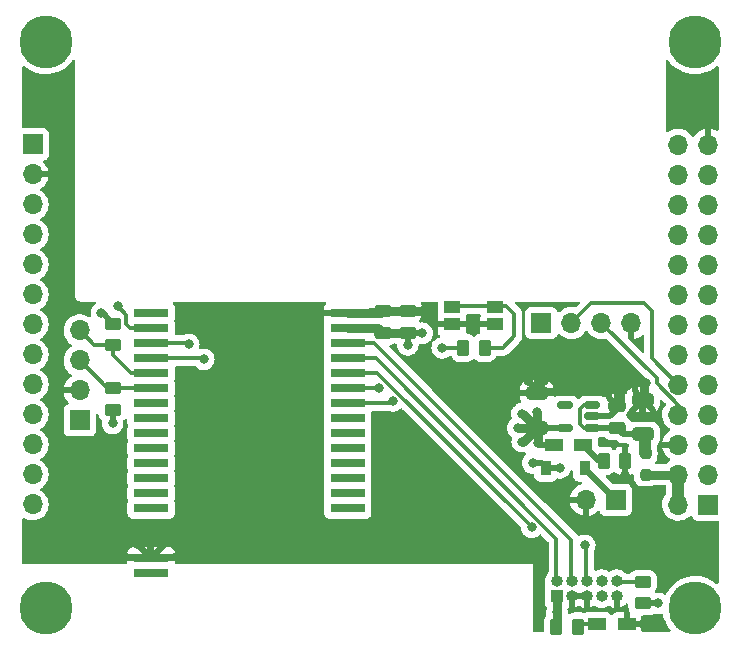
<source format=gbr>
%TF.GenerationSoftware,KiCad,Pcbnew,6.0.0-d3dd2cf0fa~116~ubuntu20.04.1*%
%TF.CreationDate,2022-01-05T21:30:43+00:00*%
%TF.ProjectId,opizero2_cc2652p,6f70697a-6572-46f3-925f-636332363532,rev?*%
%TF.SameCoordinates,Original*%
%TF.FileFunction,Copper,L1,Top*%
%TF.FilePolarity,Positive*%
%FSLAX46Y46*%
G04 Gerber Fmt 4.6, Leading zero omitted, Abs format (unit mm)*
G04 Created by KiCad (PCBNEW 6.0.0-d3dd2cf0fa~116~ubuntu20.04.1) date 2022-01-05 21:30:43*
%MOMM*%
%LPD*%
G01*
G04 APERTURE LIST*
G04 Aperture macros list*
%AMRoundRect*
0 Rectangle with rounded corners*
0 $1 Rounding radius*
0 $2 $3 $4 $5 $6 $7 $8 $9 X,Y pos of 4 corners*
0 Add a 4 corners polygon primitive as box body*
4,1,4,$2,$3,$4,$5,$6,$7,$8,$9,$2,$3,0*
0 Add four circle primitives for the rounded corners*
1,1,$1+$1,$2,$3*
1,1,$1+$1,$4,$5*
1,1,$1+$1,$6,$7*
1,1,$1+$1,$8,$9*
0 Add four rect primitives between the rounded corners*
20,1,$1+$1,$2,$3,$4,$5,0*
20,1,$1+$1,$4,$5,$6,$7,0*
20,1,$1+$1,$6,$7,$8,$9,0*
20,1,$1+$1,$8,$9,$2,$3,0*%
G04 Aperture macros list end*
%TA.AperFunction,SMDPad,CuDef*%
%ADD10R,1.400000X1.050000*%
%TD*%
%TA.AperFunction,SMDPad,CuDef*%
%ADD11RoundRect,0.250000X0.262500X0.450000X-0.262500X0.450000X-0.262500X-0.450000X0.262500X-0.450000X0*%
%TD*%
%TA.AperFunction,SMDPad,CuDef*%
%ADD12RoundRect,0.250000X0.650000X-0.325000X0.650000X0.325000X-0.650000X0.325000X-0.650000X-0.325000X0*%
%TD*%
%TA.AperFunction,SMDPad,CuDef*%
%ADD13R,3.000000X0.800000*%
%TD*%
%TA.AperFunction,ComponentPad*%
%ADD14R,1.700000X1.700000*%
%TD*%
%TA.AperFunction,ComponentPad*%
%ADD15O,1.700000X1.700000*%
%TD*%
%TA.AperFunction,SMDPad,CuDef*%
%ADD16RoundRect,0.250000X-0.450000X0.262500X-0.450000X-0.262500X0.450000X-0.262500X0.450000X0.262500X0*%
%TD*%
%TA.AperFunction,SMDPad,CuDef*%
%ADD17RoundRect,0.250000X0.450000X-0.262500X0.450000X0.262500X-0.450000X0.262500X-0.450000X-0.262500X0*%
%TD*%
%TA.AperFunction,SMDPad,CuDef*%
%ADD18R,0.914400X1.219200*%
%TD*%
%TA.AperFunction,SMDPad,CuDef*%
%ADD19R,1.500000X1.000000*%
%TD*%
%TA.AperFunction,SMDPad,CuDef*%
%ADD20RoundRect,0.250000X0.475000X-0.250000X0.475000X0.250000X-0.475000X0.250000X-0.475000X-0.250000X0*%
%TD*%
%TA.AperFunction,SMDPad,CuDef*%
%ADD21RoundRect,0.150000X0.512500X0.150000X-0.512500X0.150000X-0.512500X-0.150000X0.512500X-0.150000X0*%
%TD*%
%TA.AperFunction,ComponentPad*%
%ADD22R,1.000000X1.000000*%
%TD*%
%TA.AperFunction,ComponentPad*%
%ADD23O,1.000000X1.000000*%
%TD*%
%TA.AperFunction,ComponentPad*%
%ADD24C,4.500000*%
%TD*%
%TA.AperFunction,SMDPad,CuDef*%
%ADD25RoundRect,0.237500X0.237500X-0.250000X0.237500X0.250000X-0.237500X0.250000X-0.237500X-0.250000X0*%
%TD*%
%TA.AperFunction,ViaPad*%
%ADD26C,0.800000*%
%TD*%
%TA.AperFunction,Conductor*%
%ADD27C,0.300000*%
%TD*%
%TA.AperFunction,Conductor*%
%ADD28C,0.500000*%
%TD*%
%TA.AperFunction,Conductor*%
%ADD29C,0.750000*%
%TD*%
%TA.AperFunction,Conductor*%
%ADD30C,1.000000*%
%TD*%
G04 APERTURE END LIST*
D10*
%TO.P,SW1,2',2'*%
%TO.N,Net-(R1-Pad1)*%
X156910000Y-84990000D03*
%TO.P,SW1,2,2*%
X160510000Y-84990000D03*
%TO.P,SW1,1',1'*%
%TO.N,GND*%
X156910000Y-86440000D03*
%TO.P,SW1,1,1*%
X160510000Y-86440000D03*
%TD*%
D11*
%TO.P,R1,1*%
%TO.N,Net-(R1-Pad1)*%
X159662500Y-88430000D03*
%TO.P,R1,2*%
%TO.N,/BSL*%
X157837500Y-88430000D03*
%TD*%
D12*
%TO.P,C3,1*%
%TO.N,+3V3*%
X164084000Y-95201000D03*
%TO.P,C3,2*%
%TO.N,GND*%
X164084000Y-92251000D03*
%TD*%
D13*
%TO.P,U2,1,DIO_5*%
%TO.N,unconnected-(U2-Pad1)*%
X148073500Y-101984500D03*
%TO.P,U2,2,DIO_6*%
%TO.N,unconnected-(U2-Pad2)*%
X148073500Y-100714500D03*
%TO.P,U2,3,DIO_7*%
%TO.N,unconnected-(U2-Pad3)*%
X148073500Y-99444500D03*
%TO.P,U2,4,DIO_8*%
%TO.N,unconnected-(U2-Pad4)*%
X148073500Y-98174500D03*
%TO.P,U2,5,DIO_9*%
%TO.N,unconnected-(U2-Pad5)*%
X148073500Y-96904500D03*
%TO.P,U2,6,DIO_10*%
%TO.N,unconnected-(U2-Pad6)*%
X148073500Y-95634500D03*
%TO.P,U2,7,DIO_11*%
%TO.N,unconnected-(U2-Pad7)*%
X148073500Y-94364500D03*
%TO.P,U2,8,DIO_12*%
%TO.N,/UART_TX*%
X148073500Y-93094500D03*
%TO.P,U2,9,DIO_13*%
%TO.N,/UART_RX*%
X148073500Y-91824500D03*
%TO.P,U2,10,~{RESET}*%
%TO.N,{slash}RESET*%
X148073500Y-90554500D03*
%TO.P,U2,11,JTAG_TMSC*%
%TO.N,XDS_TMS*%
X148073500Y-89284500D03*
%TO.P,U2,12,JTAG_TCKC*%
%TO.N,XDS_TCK*%
X148073500Y-88014500D03*
%TO.P,U2,13,VDD*%
%TO.N,+3V3*%
X148073500Y-86744500D03*
%TO.P,U2,14,GND*%
%TO.N,GND*%
X148073500Y-85474500D03*
%TO.P,U2,15,DIO_14*%
%TO.N,unconnected-(U2-Pad15)*%
X131426500Y-85474500D03*
%TO.P,U2,16,DIO_15*%
%TO.N,/BSL*%
X131426500Y-86744500D03*
%TO.P,U2,17,JTAG_TDO_/_DIO_16*%
%TO.N,XDS_TDO*%
X131426500Y-88014500D03*
%TO.P,U2,18,JTAG_TDI_/_DIO_17*%
%TO.N,XDS_TDI*%
X131426500Y-89284500D03*
%TO.P,U2,19,DIO_18*%
%TO.N,/SDA*%
X131436500Y-90554500D03*
%TO.P,U2,20,DIO_19*%
%TO.N,/SCL*%
X131436500Y-91824500D03*
%TO.P,U2,21,DIO_20*%
%TO.N,unconnected-(U2-Pad21)*%
X131436500Y-93094500D03*
%TO.P,U2,22,DIO_21*%
%TO.N,unconnected-(U2-Pad22)*%
X131436500Y-94364500D03*
%TO.P,U2,23,DIO_22*%
%TO.N,unconnected-(U2-Pad23)*%
X131436500Y-95634500D03*
%TO.P,U2,24,DIO_23*%
%TO.N,unconnected-(U2-Pad24)*%
X131436500Y-96904500D03*
%TO.P,U2,25,DIO_24*%
%TO.N,unconnected-(U2-Pad25)*%
X131436500Y-98174500D03*
%TO.P,U2,26,DIO_25*%
%TO.N,unconnected-(U2-Pad26)*%
X131436500Y-99444500D03*
%TO.P,U2,27,DIO_26*%
%TO.N,unconnected-(U2-Pad27)*%
X131436500Y-100714500D03*
%TO.P,U2,28,DIO_27*%
%TO.N,unconnected-(U2-Pad28)*%
X131436500Y-101984500D03*
%TO.P,U2,29,RF_GND*%
%TO.N,GND*%
X131441500Y-106206500D03*
%TO.P,U2,30,RF_ANT*%
%TO.N,unconnected-(U2-Pad30)*%
X131441500Y-107470900D03*
%TD*%
D14*
%TO.P,J4,1,Pin_1*%
%TO.N,Net-(D2-Pad1)*%
X170775000Y-101300000D03*
D15*
%TO.P,J4,2,Pin_2*%
%TO.N,GND*%
X168235000Y-101300000D03*
%TD*%
D11*
%TO.P,R6,1*%
%TO.N,Net-(D3-Pad2)*%
X167572500Y-112040000D03*
%TO.P,R6,2*%
%TO.N,+3V3*%
X165747500Y-112040000D03*
%TD*%
D16*
%TO.P,R5,1*%
%TO.N,/SCL*%
X128180000Y-91837500D03*
%TO.P,R5,2*%
%TO.N,+3V3*%
X128180000Y-93662500D03*
%TD*%
D17*
%TO.P,R4,1*%
%TO.N,/SDA*%
X128240000Y-88202500D03*
%TO.P,R4,2*%
%TO.N,+3V3*%
X128240000Y-86377500D03*
%TD*%
D16*
%TO.P,R3,1*%
%TO.N,{slash}RESET*%
X173050000Y-108237500D03*
%TO.P,R3,2*%
%TO.N,+3V3*%
X173050000Y-110062500D03*
%TD*%
D11*
%TO.P,R2,1*%
%TO.N,GND*%
X171562500Y-98000000D03*
%TO.P,R2,2*%
%TO.N,Net-(D1-Pad1)*%
X169737500Y-98000000D03*
%TD*%
D14*
%TO.P,J5,1,Pin_1*%
%TO.N,+3V3*%
X125380000Y-94570000D03*
D15*
%TO.P,J5,2,Pin_2*%
%TO.N,GND*%
X125380000Y-92030000D03*
%TO.P,J5,3,Pin_3*%
%TO.N,/SCL*%
X125380000Y-89490000D03*
%TO.P,J5,4,Pin_4*%
%TO.N,/SDA*%
X125380000Y-86950000D03*
%TD*%
D18*
%TO.P,D2,2,A*%
%TO.N,+3V3*%
X164851700Y-98630000D03*
%TO.P,D2,1,K*%
%TO.N,Net-(D2-Pad1)*%
X168128300Y-98630000D03*
%TD*%
D19*
%TO.P,D1,1,K*%
%TO.N,Net-(D1-Pad1)*%
X168025000Y-96650000D03*
%TO.P,D1,2,A*%
%TO.N,+3V3*%
X165525000Y-96650000D03*
%TD*%
D14*
%TO.P,J3,1,Pin_1*%
%TO.N,+3V3*%
X164475000Y-86325000D03*
D15*
%TO.P,J3,2,Pin_2*%
%TO.N,/UART_RX*%
X167015000Y-86325000D03*
%TO.P,J3,3,Pin_3*%
%TO.N,/UART_TX*%
X169555000Y-86325000D03*
%TO.P,J3,4,Pin_4*%
%TO.N,GND*%
X172095000Y-86325000D03*
%TD*%
D20*
%TO.P,C2,1*%
%TO.N,Net-(C1-Pad1)*%
X170875000Y-95225000D03*
%TO.P,C2,2*%
%TO.N,GND*%
X170875000Y-93325000D03*
%TD*%
D21*
%TO.P,U1,1,IN*%
%TO.N,Net-(C1-Pad1)*%
X168777500Y-95184000D03*
%TO.P,U1,2,GND*%
%TO.N,GND*%
X168777500Y-94234000D03*
%TO.P,U1,3,EN*%
%TO.N,Net-(C1-Pad1)*%
X168777500Y-93284000D03*
%TO.P,U1,4,NC*%
%TO.N,unconnected-(U1-Pad4)*%
X166502500Y-93284000D03*
%TO.P,U1,5,OUT*%
%TO.N,+3V3*%
X166502500Y-95184000D03*
%TD*%
D20*
%TO.P,C4,1*%
%TO.N,+3V3*%
X153150000Y-87175000D03*
%TO.P,C4,2*%
%TO.N,GND*%
X153150000Y-85275000D03*
%TD*%
D22*
%TO.P,J6,1,Pin_1*%
%TO.N,+3V3*%
X165760000Y-109465000D03*
D23*
%TO.P,J6,2,Pin_2*%
%TO.N,XDS_TMS*%
X165760000Y-108195000D03*
%TO.P,J6,3,Pin_3*%
%TO.N,GND*%
X167030000Y-109465000D03*
%TO.P,J6,4,Pin_4*%
%TO.N,XDS_TCK*%
X167030000Y-108195000D03*
%TO.P,J6,5,Pin_5*%
%TO.N,GND*%
X168300000Y-109465000D03*
%TO.P,J6,6,Pin_6*%
%TO.N,XDS_TDO*%
X168300000Y-108195000D03*
%TO.P,J6,7,Pin_7*%
%TO.N,unconnected-(J6-Pad7)*%
X169570000Y-109465000D03*
%TO.P,J6,8,Pin_8*%
%TO.N,XDS_TDI*%
X169570000Y-108195000D03*
%TO.P,J6,9,Pin_9*%
%TO.N,GND*%
X170840000Y-109465000D03*
%TO.P,J6,10,Pin_10*%
%TO.N,{slash}RESET*%
X170840000Y-108195000D03*
%TD*%
D14*
%TO.P,J2,1,Pin_1*%
%TO.N,+5VP*%
X121400000Y-71200000D03*
D15*
%TO.P,J2,2,Pin_2*%
%TO.N,GND*%
X121400000Y-73740000D03*
%TO.P,J2,3,Pin_3*%
%TO.N,/USB2_D-*%
X121400000Y-76280000D03*
%TO.P,J2,4,Pin_4*%
%TO.N,/USB2_D+*%
X121400000Y-78820000D03*
%TO.P,J2,5,Pin_5*%
%TO.N,/USB3_D-*%
X121400000Y-81360000D03*
%TO.P,J2,6,Pin_6*%
%TO.N,/USB3_D+*%
X121400000Y-83900000D03*
%TO.P,J2,7,Pin_7*%
%TO.N,/LINEOUT_R*%
X121400000Y-86440000D03*
%TO.P,J2,8,Pin_8*%
%TO.N,/LINEOUT_L*%
X121400000Y-88980000D03*
%TO.P,J2,9,Pin_9*%
%TO.N,/TV_OUT*%
X121400000Y-91520000D03*
%TO.P,J2,10,Pin_10*%
%TO.N,/PC1*%
X121400000Y-94060000D03*
%TO.P,J2,11,Pin_11*%
%TO.N,/PI16*%
X121400000Y-96600000D03*
%TO.P,J2,12,Pin_12*%
%TO.N,/PI6*%
X121400000Y-99140000D03*
%TO.P,J2,13,Pin_13*%
%TO.N,/IR_RX*%
X121400000Y-101680000D03*
%TD*%
%TO.P,J1,26,Pin_26*%
%TO.N,/PC10*%
X176060000Y-71220000D03*
%TO.P,J1,25,Pin_25*%
%TO.N,GND*%
X178600000Y-71220000D03*
%TO.P,J1,24,Pin_24*%
%TO.N,/SPI_CS*%
X176060000Y-73760000D03*
%TO.P,J1,23,Pin_23*%
%TO.N,/SPI_CLK*%
X178600000Y-73760000D03*
%TO.P,J1,22,Pin_22*%
%TO.N,/PC7*%
X176060000Y-76300000D03*
%TO.P,J1,21,Pin_21*%
%TO.N,/SPI_MISO*%
X178600000Y-76300000D03*
%TO.P,J1,20,Pin_20*%
%TO.N,GND*%
X176060000Y-78840000D03*
%TO.P,J1,19,Pin_19*%
%TO.N,/SPI_MOSI*%
X178600000Y-78840000D03*
%TO.P,J1,18,Pin_18*%
%TO.N,/PC14*%
X176060000Y-81380000D03*
%TO.P,J1,17,Pin_17*%
%TO.N,+3.3VP*%
X178600000Y-81380000D03*
%TO.P,J1,16,Pin_16*%
%TO.N,/PC15*%
X176060000Y-83920000D03*
%TO.P,J1,15,Pin_15*%
%TO.N,/PC8*%
X178600000Y-83920000D03*
%TO.P,J1,14,Pin_14*%
%TO.N,GND*%
X176060000Y-86460000D03*
%TO.P,J1,13,Pin_13*%
%TO.N,/PC5*%
X178600000Y-86460000D03*
%TO.P,J1,12,Pin_12*%
%TO.N,/PC11*%
X176060000Y-89000000D03*
%TO.P,J1,11,Pin_11*%
%TO.N,/PC6*%
X178600000Y-89000000D03*
%TO.P,J1,10,Pin_10*%
%TO.N,/UART_RX*%
X176060000Y-91540000D03*
%TO.P,J1,9,Pin_9*%
%TO.N,GND*%
X178600000Y-91540000D03*
%TO.P,J1,8,Pin_8*%
%TO.N,/UART_TX*%
X176060000Y-94080000D03*
%TO.P,J1,7,Pin_7*%
%TO.N,/PC9*%
X178600000Y-94080000D03*
%TO.P,J1,6,Pin_6*%
%TO.N,GND*%
X176060000Y-96620000D03*
%TO.P,J1,5,Pin_5*%
%TO.N,/opSCL*%
X178600000Y-96620000D03*
%TO.P,J1,4,Pin_4*%
%TO.N,+5V*%
X176060000Y-99160000D03*
%TO.P,J1,3,Pin_3*%
%TO.N,/opSDA*%
X178600000Y-99160000D03*
%TO.P,J1,2,Pin_2*%
%TO.N,+5V*%
X176060000Y-101700000D03*
D14*
%TO.P,J1,1,Pin_1*%
%TO.N,+3.3VP*%
X178600000Y-101700000D03*
%TD*%
D24*
%TO.P,H4,1*%
%TO.N,N/C*%
X122500000Y-110500000D03*
%TD*%
%TO.P,H3,1*%
%TO.N,N/C*%
X177500000Y-110500000D03*
%TD*%
%TO.P,H2,1*%
%TO.N,N/C*%
X177500000Y-62500000D03*
%TD*%
%TO.P,H1,1*%
%TO.N,N/C*%
X122500000Y-62500000D03*
%TD*%
D25*
%TO.P,FB1,1,1*%
%TO.N,+5V*%
X173310000Y-99172500D03*
%TO.P,FB1,2,2*%
%TO.N,Net-(C1-Pad1)*%
X173310000Y-97347500D03*
%TD*%
D19*
%TO.P,D3,2,A*%
%TO.N,Net-(D3-Pad2)*%
X169184000Y-111825000D03*
%TO.P,D3,1,K*%
%TO.N,GND*%
X171684000Y-111825000D03*
%TD*%
D20*
%TO.P,C5,1*%
%TO.N,+3V3*%
X151100000Y-87175000D03*
%TO.P,C5,2*%
%TO.N,GND*%
X151100000Y-85275000D03*
%TD*%
D12*
%TO.P,C1,1*%
%TO.N,Net-(C1-Pad1)*%
X173100000Y-95765000D03*
%TO.P,C1,2*%
%TO.N,GND*%
X173100000Y-92815000D03*
%TD*%
D26*
%TO.N,+3V3*%
X127230000Y-85470000D03*
X128180000Y-94830000D03*
%TO.N,GND*%
X158730000Y-86390000D03*
%TO.N,/BSL*%
X128610000Y-84930000D03*
X156080000Y-88430000D03*
%TO.N,GND*%
X164700000Y-91200000D03*
X123800000Y-92010000D03*
X124000000Y-79000000D03*
X124000000Y-75000000D03*
X124000000Y-73000000D03*
X121000000Y-68000000D03*
X124000000Y-68000000D03*
X124000000Y-66000000D03*
X121000000Y-66000000D03*
X163000000Y-89000000D03*
X167000000Y-89000000D03*
X156000000Y-92280000D03*
X158000000Y-92280000D03*
X152000000Y-100000000D03*
X152000000Y-103000000D03*
X157000000Y-103000000D03*
X157000000Y-106000000D03*
X152000000Y-106000000D03*
X126000000Y-100000000D03*
X126000000Y-103000000D03*
X126000000Y-106000000D03*
X145000000Y-86000000D03*
X140000000Y-86000000D03*
X135000000Y-86000000D03*
X145000000Y-100000000D03*
X145000000Y-96000000D03*
X145000000Y-92000000D03*
X140000000Y-92000000D03*
X140000000Y-96000000D03*
X140000000Y-100000000D03*
X135000000Y-92000000D03*
X135000000Y-96000000D03*
X135000000Y-100000000D03*
X135210000Y-104000000D03*
X138000000Y-104000000D03*
X141000000Y-104000000D03*
X144000000Y-104000000D03*
X147000000Y-104000000D03*
X147000000Y-106000000D03*
X144000000Y-106000000D03*
X141000000Y-106000000D03*
X138000000Y-106000000D03*
X133560000Y-106120000D03*
X135210000Y-106000000D03*
X132450000Y-105000000D03*
X131330000Y-105010000D03*
X130220000Y-105030000D03*
X129240000Y-106140000D03*
X163380000Y-91200000D03*
X162280000Y-92280000D03*
X166060000Y-92050000D03*
X167410000Y-92050000D03*
X168830000Y-92060000D03*
X171590000Y-99230000D03*
X172070000Y-94150000D03*
X173010000Y-94150000D03*
X173950000Y-94140000D03*
X173310000Y-91390000D03*
X172370000Y-91400000D03*
X171260000Y-92060000D03*
X170210000Y-92100000D03*
X173080000Y-111830000D03*
%TO.N,+3V3*%
X174370000Y-110070000D03*
X154390000Y-87190000D03*
X153160000Y-88190000D03*
X163725000Y-98175000D03*
X166050000Y-98600000D03*
%TO.N,GND*%
X154400000Y-85300000D03*
%TO.N,{slash}RESET*%
X163659970Y-103625000D03*
%TO.N,+3V3*%
X165800000Y-110825000D03*
X162825000Y-94000000D03*
X162850000Y-96375000D03*
X164100000Y-93900000D03*
X164175000Y-96500000D03*
X162475000Y-95225000D03*
%TO.N,/UART_TX*%
X151900000Y-92925000D03*
%TO.N,/UART_RX*%
X150750000Y-91825000D03*
%TO.N,XDS_TDO*%
X168148000Y-105156000D03*
%TO.N,XDS_TDI*%
X135890000Y-89408000D03*
%TO.N,XDS_TDO*%
X134620000Y-88138000D03*
%TD*%
D27*
%TO.N,/UART_TX*%
X169555000Y-86325000D02*
X174250000Y-91020000D01*
X174250000Y-91020000D02*
X174250000Y-91426366D01*
X174250000Y-91426366D02*
X176060000Y-93236366D01*
X176060000Y-93236366D02*
X176060000Y-94080000D01*
%TO.N,/UART_RX*%
X167015000Y-86325000D02*
X168690000Y-84650000D01*
X168690000Y-84650000D02*
X171230000Y-84650000D01*
D28*
%TO.N,+3V3*%
X128180000Y-93662500D02*
X128180000Y-94830000D01*
X127230000Y-85470000D02*
X127332500Y-85470000D01*
X127332500Y-85470000D02*
X128240000Y-86377500D01*
D27*
%TO.N,/SCL*%
X128180000Y-91837500D02*
X127727500Y-91837500D01*
X127727500Y-91837500D02*
X125380000Y-89490000D01*
X131436500Y-91824500D02*
X128193000Y-91824500D01*
X128193000Y-91824500D02*
X128180000Y-91837500D01*
%TO.N,/SDA*%
X128240000Y-88202500D02*
X126632500Y-88202500D01*
X126632500Y-88202500D02*
X125380000Y-86950000D01*
X131436500Y-90554500D02*
X129724500Y-90554500D01*
X129724500Y-90554500D02*
X128240000Y-89070000D01*
X128240000Y-89070000D02*
X128240000Y-88202500D01*
%TO.N,/BSL*%
X131426500Y-86744500D02*
X129626500Y-86744500D01*
X129626500Y-86744500D02*
X129290000Y-86408000D01*
X129290000Y-86408000D02*
X129290000Y-85610000D01*
X129290000Y-85610000D02*
X128610000Y-84930000D01*
D28*
%TO.N,GND*%
X123650000Y-92020000D02*
X125370000Y-92020000D01*
X125370000Y-92020000D02*
X125380000Y-92030000D01*
X158730000Y-86390000D02*
X160470000Y-86390000D01*
X158730000Y-86390000D02*
X156950000Y-86390000D01*
X156950000Y-86390000D02*
X156910000Y-86350000D01*
D27*
%TO.N,Net-(R1-Pad1)*%
X161220000Y-88430000D02*
X162190000Y-87460000D01*
X159662500Y-88430000D02*
X161220000Y-88430000D01*
X162190000Y-87460000D02*
X162190000Y-85580000D01*
X162190000Y-85580000D02*
X161510000Y-84900000D01*
X161510000Y-84900000D02*
X160510000Y-84900000D01*
X156910000Y-84900000D02*
X160510000Y-84900000D01*
%TO.N,/BSL*%
X157837500Y-88430000D02*
X156080000Y-88430000D01*
D28*
%TO.N,Net-(D1-Pad1)*%
X169737500Y-98000000D02*
X169375000Y-98000000D01*
X169375000Y-98000000D02*
X168025000Y-96650000D01*
%TO.N,Net-(D2-Pad1)*%
X168128300Y-98630000D02*
X168128300Y-98653300D01*
X168128300Y-98653300D02*
X170775000Y-101300000D01*
%TO.N,GND*%
X164084000Y-92251000D02*
X164084000Y-91904000D01*
X164084000Y-91904000D02*
X163380000Y-91200000D01*
X164084000Y-92251000D02*
X164084000Y-91816000D01*
X164084000Y-91816000D02*
X164700000Y-91200000D01*
X133560000Y-106120000D02*
X131528000Y-106120000D01*
X131528000Y-106120000D02*
X131441500Y-106206500D01*
X132450000Y-105000000D02*
X132450000Y-105198000D01*
X132450000Y-105198000D02*
X131441500Y-106206500D01*
X131330000Y-105010000D02*
X131330000Y-106095000D01*
X131330000Y-106095000D02*
X131441500Y-106206500D01*
X130220000Y-105030000D02*
X130265000Y-105030000D01*
X130265000Y-105030000D02*
X131441500Y-106206500D01*
X129240000Y-106140000D02*
X131375000Y-106140000D01*
X131375000Y-106140000D02*
X131441500Y-106206500D01*
X166060000Y-92050000D02*
X164285000Y-92050000D01*
X164285000Y-92050000D02*
X164084000Y-92251000D01*
X162280000Y-92280000D02*
X164055000Y-92280000D01*
X164055000Y-92280000D02*
X164084000Y-92251000D01*
X171600000Y-97537500D02*
X171562500Y-97500000D01*
X172070000Y-94150000D02*
X172070000Y-93845000D01*
X172070000Y-93845000D02*
X173100000Y-92815000D01*
X173010000Y-94150000D02*
X173010000Y-92905000D01*
X173010000Y-92905000D02*
X173100000Y-92815000D01*
X173950000Y-94140000D02*
X173950000Y-93665000D01*
X173950000Y-93665000D02*
X173100000Y-92815000D01*
X173310000Y-91390000D02*
X173310000Y-92605000D01*
X173310000Y-92605000D02*
X173100000Y-92815000D01*
X172370000Y-91400000D02*
X172370000Y-92085000D01*
X172370000Y-92085000D02*
X173100000Y-92815000D01*
X171260000Y-92060000D02*
X171260000Y-92940000D01*
X171260000Y-92940000D02*
X170875000Y-93325000D01*
X170210000Y-92100000D02*
X170210000Y-92660000D01*
X170210000Y-92660000D02*
X170875000Y-93325000D01*
X173010000Y-111830000D02*
X171689000Y-111830000D01*
X171689000Y-111830000D02*
X171684000Y-111825000D01*
%TO.N,+3V3*%
X174370000Y-110070000D02*
X173057500Y-110070000D01*
X173057500Y-110070000D02*
X173050000Y-110062500D01*
D27*
%TO.N,{slash}RESET*%
X173050000Y-108237500D02*
X170842500Y-108237500D01*
D28*
%TO.N,+3V3*%
X153160000Y-88190000D02*
X153160000Y-87185000D01*
X153160000Y-87185000D02*
X153150000Y-87175000D01*
X154390000Y-87190000D02*
X153165000Y-87190000D01*
X153165000Y-87190000D02*
X153150000Y-87175000D01*
X165525000Y-96650000D02*
X164325000Y-96650000D01*
X164325000Y-96650000D02*
X164175000Y-96500000D01*
X164911700Y-98600000D02*
X166050000Y-98600000D01*
X163725000Y-98175000D02*
X164486700Y-98175000D01*
X164486700Y-98175000D02*
X164911700Y-98600000D01*
D29*
%TO.N,GND*%
X153150000Y-85275000D02*
X154375000Y-85275000D01*
X154375000Y-85275000D02*
X154400000Y-85300000D01*
D27*
%TO.N,/UART_RX*%
X173150000Y-84650000D02*
X171230000Y-84650000D01*
D29*
%TO.N,GND*%
X151100000Y-85275000D02*
X153150000Y-85275000D01*
X148073500Y-85474500D02*
X150900500Y-85474500D01*
X150900500Y-85474500D02*
X151100000Y-85275000D01*
%TO.N,+3V3*%
X151100000Y-87175000D02*
X153150000Y-87175000D01*
X148073500Y-86744500D02*
X150669500Y-86744500D01*
X150669500Y-86744500D02*
X151100000Y-87175000D01*
D27*
%TO.N,/UART_RX*%
X176060000Y-91540000D02*
X173850000Y-89330000D01*
X173850000Y-89330000D02*
X173850000Y-85350000D01*
X173850000Y-85350000D02*
X173150000Y-84650000D01*
D28*
%TO.N,Net-(C1-Pad1)*%
X173100000Y-95765000D02*
X171415000Y-95765000D01*
X171415000Y-95765000D02*
X170875000Y-95225000D01*
%TO.N,GND*%
X168777500Y-94234000D02*
X170246000Y-94234000D01*
X170246000Y-94234000D02*
X171196000Y-93284000D01*
D29*
%TO.N,+3V3*%
X164100000Y-93900000D02*
X164100000Y-95185000D01*
X164100000Y-95185000D02*
X164084000Y-95201000D01*
X162825000Y-94000000D02*
X162883000Y-94000000D01*
X162883000Y-94000000D02*
X164084000Y-95201000D01*
X162475000Y-95225000D02*
X164060000Y-95225000D01*
X164060000Y-95225000D02*
X164084000Y-95201000D01*
X162850000Y-96375000D02*
X162910000Y-96375000D01*
X162910000Y-96375000D02*
X164084000Y-95201000D01*
X164175000Y-96500000D02*
X164175000Y-95292000D01*
X164175000Y-95292000D02*
X164084000Y-95201000D01*
X165800000Y-110825000D02*
X165800000Y-109570000D01*
X165800000Y-109570000D02*
X165750000Y-109520000D01*
X165799000Y-112014000D02*
X165799000Y-110826000D01*
X165799000Y-110826000D02*
X165800000Y-110825000D01*
D27*
%TO.N,XDS_TCK*%
X148073500Y-88014500D02*
X150314500Y-88014500D01*
X150314500Y-88014500D02*
X167020000Y-104720000D01*
X167020000Y-104720000D02*
X167020000Y-108250000D01*
%TO.N,XDS_TMS*%
X148073500Y-89284500D02*
X150434500Y-89284500D01*
X150434500Y-89284500D02*
X165750000Y-104600000D01*
X165750000Y-104600000D02*
X165750000Y-108250000D01*
%TO.N,{slash}RESET*%
X148073500Y-90554500D02*
X150589470Y-90554500D01*
X150589470Y-90554500D02*
X163659970Y-103625000D01*
%TO.N,/UART_TX*%
X148073500Y-93094500D02*
X151730500Y-93094500D01*
X151730500Y-93094500D02*
X151900000Y-92925000D01*
%TO.N,/UART_RX*%
X148073500Y-91824500D02*
X150749500Y-91824500D01*
X150749500Y-91824500D02*
X150750000Y-91825000D01*
%TO.N,Net-(D3-Pad2)*%
X169184000Y-111825000D02*
X167638000Y-111825000D01*
X167638000Y-111825000D02*
X167449000Y-112014000D01*
%TO.N,XDS_TDO*%
X168148000Y-105156000D02*
X168290000Y-105298000D01*
X168290000Y-105298000D02*
X168290000Y-108250000D01*
%TO.N,XDS_TDI*%
X135766500Y-89284500D02*
X135890000Y-89408000D01*
X131426500Y-89284500D02*
X135766500Y-89284500D01*
%TO.N,XDS_TDO*%
X131426500Y-88014500D02*
X134496500Y-88014500D01*
X134496500Y-88014500D02*
X134620000Y-88138000D01*
D28*
%TO.N,+3V3*%
X166502500Y-95184000D02*
X164101000Y-95184000D01*
X164101000Y-95184000D02*
X164084000Y-95201000D01*
D27*
%TO.N,Net-(C1-Pad1)*%
X168777500Y-93284000D02*
X168082000Y-93284000D01*
X168082000Y-93284000D02*
X167765480Y-93600520D01*
X167765480Y-93600520D02*
X167765480Y-94867480D01*
X168082000Y-95184000D02*
X168777500Y-95184000D01*
X167765480Y-94867480D02*
X168082000Y-95184000D01*
D28*
X168777500Y-95184000D02*
X171196000Y-95184000D01*
D30*
X173310000Y-97347500D02*
X173293500Y-97347500D01*
X173293500Y-97347500D02*
X173270000Y-97324000D01*
X173270000Y-97324000D02*
X173270000Y-95765000D01*
%TO.N,+5V*%
X176060000Y-99160000D02*
X176060000Y-101700000D01*
D29*
X173310000Y-99172500D02*
X176047500Y-99172500D01*
X176047500Y-99172500D02*
X176060000Y-99160000D01*
%TD*%
%TA.AperFunction,Conductor*%
%TO.N,GND*%
G36*
X168496121Y-109231002D02*
G01*
X168542614Y-109284658D01*
X168554000Y-109337000D01*
X168554000Y-110422564D01*
X168557973Y-110436095D01*
X168566188Y-110437276D01*
X168660337Y-110410989D01*
X168671787Y-110406548D01*
X168837226Y-110322979D01*
X168847588Y-110316403D01*
X168856074Y-110309773D01*
X168922068Y-110283595D01*
X168995117Y-110299074D01*
X169164294Y-110393624D01*
X169352392Y-110454740D01*
X169548777Y-110478158D01*
X169554912Y-110477686D01*
X169554914Y-110477686D01*
X169739830Y-110463457D01*
X169739834Y-110463456D01*
X169745972Y-110462984D01*
X169936463Y-110409798D01*
X169941967Y-110407018D01*
X169941969Y-110407017D01*
X170107493Y-110323405D01*
X170107495Y-110323404D01*
X170112996Y-110320625D01*
X170118402Y-110316402D01*
X170126973Y-110309705D01*
X170192967Y-110283525D01*
X170266020Y-110299004D01*
X170429121Y-110390159D01*
X170440356Y-110395067D01*
X170568768Y-110436790D01*
X170582867Y-110437193D01*
X170586000Y-110430821D01*
X170586000Y-109337000D01*
X170606002Y-109268879D01*
X170659658Y-109222386D01*
X170712000Y-109211000D01*
X170968000Y-109211000D01*
X171036121Y-109231002D01*
X171082614Y-109284658D01*
X171094000Y-109337000D01*
X171094000Y-110422564D01*
X171097973Y-110436095D01*
X171106188Y-110437276D01*
X171200337Y-110410989D01*
X171211787Y-110406548D01*
X171377226Y-110322979D01*
X171387585Y-110316404D01*
X171533639Y-110202295D01*
X171542527Y-110193831D01*
X171620118Y-110103941D01*
X171679771Y-110065444D01*
X171750768Y-110065308D01*
X171810567Y-110103578D01*
X171840183Y-110168102D01*
X171841500Y-110186272D01*
X171841500Y-110375400D01*
X171841837Y-110378646D01*
X171841837Y-110378650D01*
X171850637Y-110463457D01*
X171852474Y-110481166D01*
X171854655Y-110487702D01*
X171854655Y-110487704D01*
X171886852Y-110584210D01*
X171908450Y-110648946D01*
X171935487Y-110692637D01*
X171954324Y-110761086D01*
X171944951Y-110791103D01*
X171946507Y-110791441D01*
X171938000Y-110830548D01*
X171938000Y-111552885D01*
X171942475Y-111568124D01*
X171943865Y-111569329D01*
X171951548Y-111571000D01*
X172923884Y-111571000D01*
X172939123Y-111566525D01*
X172940328Y-111565135D01*
X172941999Y-111557452D01*
X172941999Y-111280331D01*
X172941629Y-111273509D01*
X172936155Y-111223105D01*
X172948684Y-111153223D01*
X172997006Y-111101208D01*
X173061418Y-111083500D01*
X173550400Y-111083500D01*
X173553646Y-111083163D01*
X173553650Y-111083163D01*
X173649308Y-111073238D01*
X173649312Y-111073237D01*
X173656166Y-111072526D01*
X173662702Y-111070345D01*
X173662704Y-111070345D01*
X173794806Y-111026272D01*
X173823946Y-111016550D01*
X173900343Y-110969274D01*
X173950718Y-110938101D01*
X174019170Y-110919263D01*
X174068269Y-110930138D01*
X174081677Y-110936108D01*
X174081685Y-110936111D01*
X174087712Y-110938794D01*
X174170344Y-110956358D01*
X174268056Y-110977128D01*
X174268061Y-110977128D01*
X174274513Y-110978500D01*
X174465487Y-110978500D01*
X174471939Y-110977128D01*
X174471944Y-110977128D01*
X174643878Y-110940582D01*
X174714669Y-110945984D01*
X174771302Y-110988801D01*
X174794255Y-111042490D01*
X174796854Y-111057614D01*
X174809474Y-111131057D01*
X174810562Y-111134696D01*
X174810563Y-111134699D01*
X174898462Y-111428611D01*
X174904774Y-111449718D01*
X174906287Y-111453189D01*
X174906289Y-111453195D01*
X174997458Y-111662370D01*
X175037666Y-111754622D01*
X175206226Y-112041352D01*
X175208527Y-112044367D01*
X175395651Y-112289558D01*
X175421078Y-112355845D01*
X175406631Y-112425356D01*
X175356897Y-112476022D01*
X175295488Y-112492000D01*
X173068000Y-112492000D01*
X172999879Y-112471998D01*
X172953386Y-112418342D01*
X172942000Y-112366000D01*
X172942000Y-112097115D01*
X172937525Y-112081876D01*
X172936135Y-112080671D01*
X172928452Y-112079000D01*
X171556000Y-112079000D01*
X171487879Y-112058998D01*
X171441386Y-112005342D01*
X171430000Y-111953000D01*
X171430000Y-110835116D01*
X171425525Y-110819877D01*
X171424135Y-110818672D01*
X171416452Y-110817001D01*
X170889331Y-110817001D01*
X170882510Y-110817371D01*
X170831648Y-110822895D01*
X170816396Y-110826521D01*
X170695946Y-110871676D01*
X170680351Y-110880214D01*
X170578276Y-110956715D01*
X170565717Y-110969274D01*
X170535138Y-111010075D01*
X170478278Y-111052589D01*
X170407460Y-111057614D01*
X170345166Y-111023554D01*
X170333486Y-111010074D01*
X170332202Y-111008360D01*
X170297261Y-110961739D01*
X170180705Y-110874385D01*
X170044316Y-110823255D01*
X169982134Y-110816500D01*
X168385866Y-110816500D01*
X168323684Y-110823255D01*
X168187295Y-110874385D01*
X168186444Y-110872114D01*
X168129826Y-110884499D01*
X168099002Y-110878403D01*
X167996389Y-110844368D01*
X167996387Y-110844368D01*
X167989861Y-110842203D01*
X167983025Y-110841503D01*
X167983022Y-110841502D01*
X167939969Y-110837091D01*
X167885400Y-110831500D01*
X167259600Y-110831500D01*
X167256354Y-110831837D01*
X167256350Y-110831837D01*
X167160692Y-110841762D01*
X167160688Y-110841763D01*
X167153834Y-110842474D01*
X167147298Y-110844655D01*
X167147296Y-110844655D01*
X167040714Y-110880214D01*
X166986054Y-110898450D01*
X166904753Y-110948761D01*
X166836304Y-110967598D01*
X166768534Y-110946437D01*
X166722963Y-110891997D01*
X166714644Y-110838170D01*
X166712814Y-110838170D01*
X166712814Y-110831565D01*
X166713504Y-110825000D01*
X166709941Y-110791103D01*
X166694232Y-110641635D01*
X166694232Y-110641633D01*
X166693542Y-110635072D01*
X166689667Y-110623146D01*
X166683500Y-110584210D01*
X166683500Y-110563364D01*
X166703502Y-110495243D01*
X166744434Y-110455464D01*
X166772081Y-110438792D01*
X166776000Y-110430821D01*
X166776000Y-110422564D01*
X167284000Y-110422564D01*
X167287973Y-110436095D01*
X167296188Y-110437276D01*
X167390337Y-110410989D01*
X167401787Y-110406548D01*
X167567224Y-110322980D01*
X167577589Y-110316402D01*
X167586503Y-110309438D01*
X167652497Y-110283261D01*
X167725545Y-110298740D01*
X167889116Y-110390156D01*
X167900356Y-110395067D01*
X168028768Y-110436790D01*
X168042867Y-110437193D01*
X168046000Y-110430821D01*
X168046000Y-109737115D01*
X168041525Y-109721876D01*
X168040135Y-109720671D01*
X168032452Y-109719000D01*
X167302115Y-109719000D01*
X167286876Y-109723475D01*
X167285671Y-109724865D01*
X167284000Y-109732548D01*
X167284000Y-110422564D01*
X166776000Y-110422564D01*
X166776000Y-109337000D01*
X166796002Y-109268879D01*
X166849658Y-109222386D01*
X166902000Y-109211000D01*
X168428000Y-109211000D01*
X168496121Y-109231002D01*
G37*
%TD.AperFunction*%
%TA.AperFunction,Conductor*%
G36*
X124947716Y-64059860D02*
G01*
X124986596Y-64119264D01*
X124992000Y-64155768D01*
X124992000Y-83991298D01*
X124991998Y-83992068D01*
X124991524Y-84069652D01*
X124993990Y-84078281D01*
X124993991Y-84078286D01*
X124999639Y-84098048D01*
X125003217Y-84114809D01*
X125006130Y-84135152D01*
X125006133Y-84135162D01*
X125007405Y-84144045D01*
X125018021Y-84167395D01*
X125024464Y-84184907D01*
X125031512Y-84209565D01*
X125047274Y-84234548D01*
X125055404Y-84249614D01*
X125067633Y-84276510D01*
X125084374Y-84295939D01*
X125095479Y-84310947D01*
X125109160Y-84332631D01*
X125115888Y-84338573D01*
X125131296Y-84352181D01*
X125143340Y-84364373D01*
X125162619Y-84386747D01*
X125170147Y-84391626D01*
X125170150Y-84391629D01*
X125184139Y-84400696D01*
X125199013Y-84411986D01*
X125218228Y-84428956D01*
X125226354Y-84432771D01*
X125226355Y-84432772D01*
X125232021Y-84435432D01*
X125244966Y-84441510D01*
X125259935Y-84449824D01*
X125284727Y-84465893D01*
X125293327Y-84468465D01*
X125309290Y-84473239D01*
X125326736Y-84479901D01*
X125349948Y-84490799D01*
X125379130Y-84495343D01*
X125395849Y-84499126D01*
X125415536Y-84505014D01*
X125415539Y-84505015D01*
X125424141Y-84507587D01*
X125433116Y-84507642D01*
X125433117Y-84507642D01*
X125439810Y-84507683D01*
X125458556Y-84507797D01*
X125459328Y-84507830D01*
X125460423Y-84508000D01*
X125491298Y-84508000D01*
X125492068Y-84508002D01*
X125565716Y-84508452D01*
X125565717Y-84508452D01*
X125569652Y-84508476D01*
X125570996Y-84508092D01*
X125572341Y-84508000D01*
X126620659Y-84508000D01*
X126688780Y-84528002D01*
X126735273Y-84581658D01*
X126745377Y-84651932D01*
X126715883Y-84716512D01*
X126694720Y-84735936D01*
X126673837Y-84751109D01*
X126618747Y-84791134D01*
X126614326Y-84796044D01*
X126614325Y-84796045D01*
X126495484Y-84928032D01*
X126490960Y-84933056D01*
X126448007Y-85007452D01*
X126400792Y-85089232D01*
X126395473Y-85098444D01*
X126336458Y-85280072D01*
X126335768Y-85286633D01*
X126335768Y-85286635D01*
X126320670Y-85430283D01*
X126316496Y-85470000D01*
X126317186Y-85476565D01*
X126335436Y-85650200D01*
X126336458Y-85659928D01*
X126345264Y-85687030D01*
X126347293Y-85757996D01*
X126310632Y-85818794D01*
X126246921Y-85850121D01*
X126176387Y-85842030D01*
X126147343Y-85824852D01*
X126138411Y-85817798D01*
X126138410Y-85817798D01*
X126134359Y-85814598D01*
X126108984Y-85800590D01*
X126030929Y-85757502D01*
X125938789Y-85706638D01*
X125933920Y-85704914D01*
X125933916Y-85704912D01*
X125733087Y-85633795D01*
X125733083Y-85633794D01*
X125728212Y-85632069D01*
X125723119Y-85631162D01*
X125723116Y-85631161D01*
X125513373Y-85593800D01*
X125513367Y-85593799D01*
X125508284Y-85592894D01*
X125434452Y-85591992D01*
X125290081Y-85590228D01*
X125290079Y-85590228D01*
X125284911Y-85590165D01*
X125064091Y-85623955D01*
X124851756Y-85693357D01*
X124821443Y-85709137D01*
X124681502Y-85781986D01*
X124653607Y-85796507D01*
X124649474Y-85799610D01*
X124649471Y-85799612D01*
X124479100Y-85927530D01*
X124474965Y-85930635D01*
X124320629Y-86092138D01*
X124317715Y-86096410D01*
X124317714Y-86096411D01*
X124259653Y-86181525D01*
X124194743Y-86276680D01*
X124172314Y-86325000D01*
X124117371Y-86443365D01*
X124100688Y-86479305D01*
X124040989Y-86694570D01*
X124017251Y-86916695D01*
X124017548Y-86921848D01*
X124017548Y-86921851D01*
X124023005Y-87016486D01*
X124030110Y-87139715D01*
X124031247Y-87144761D01*
X124031248Y-87144767D01*
X124052554Y-87239305D01*
X124079222Y-87357639D01*
X124126065Y-87473000D01*
X124159093Y-87554338D01*
X124163266Y-87564616D01*
X124189100Y-87606774D01*
X124273078Y-87743813D01*
X124279987Y-87755088D01*
X124426250Y-87923938D01*
X124598126Y-88066632D01*
X124627239Y-88083644D01*
X124671445Y-88109476D01*
X124720169Y-88161114D01*
X124733240Y-88230897D01*
X124706509Y-88296669D01*
X124666055Y-88330027D01*
X124653607Y-88336507D01*
X124649474Y-88339610D01*
X124649471Y-88339612D01*
X124479100Y-88467530D01*
X124474965Y-88470635D01*
X124471393Y-88474373D01*
X124326495Y-88626000D01*
X124320629Y-88632138D01*
X124194743Y-88816680D01*
X124166164Y-88878248D01*
X124102895Y-89014551D01*
X124100688Y-89019305D01*
X124040989Y-89234570D01*
X124017251Y-89456695D01*
X124017548Y-89461848D01*
X124017548Y-89461851D01*
X124023873Y-89571550D01*
X124030110Y-89679715D01*
X124031247Y-89684761D01*
X124031248Y-89684767D01*
X124051119Y-89772939D01*
X124079222Y-89897639D01*
X124114569Y-89984689D01*
X124156059Y-90086866D01*
X124163266Y-90104616D01*
X124172229Y-90119242D01*
X124251833Y-90249144D01*
X124279987Y-90295088D01*
X124426250Y-90463938D01*
X124598126Y-90606632D01*
X124671955Y-90649774D01*
X124720679Y-90701412D01*
X124733750Y-90771195D01*
X124707019Y-90836967D01*
X124666562Y-90870327D01*
X124658457Y-90874546D01*
X124649738Y-90880036D01*
X124479433Y-91007905D01*
X124471726Y-91014748D01*
X124324590Y-91168717D01*
X124318104Y-91176727D01*
X124198098Y-91352649D01*
X124193000Y-91361623D01*
X124103338Y-91554783D01*
X124099775Y-91564470D01*
X124044389Y-91764183D01*
X124045912Y-91772607D01*
X124058292Y-91776000D01*
X125508000Y-91776000D01*
X125576121Y-91796002D01*
X125622614Y-91849658D01*
X125634000Y-91902000D01*
X125634000Y-92158000D01*
X125613998Y-92226121D01*
X125560342Y-92272614D01*
X125508000Y-92284000D01*
X124063225Y-92284000D01*
X124049694Y-92287973D01*
X124048257Y-92297966D01*
X124078565Y-92432446D01*
X124081645Y-92442275D01*
X124161770Y-92639603D01*
X124166413Y-92648794D01*
X124277694Y-92830388D01*
X124283777Y-92838699D01*
X124423213Y-92999667D01*
X124430577Y-93006879D01*
X124435522Y-93010985D01*
X124475156Y-93069889D01*
X124476653Y-93140870D01*
X124439537Y-93201392D01*
X124399264Y-93225910D01*
X124291705Y-93266232D01*
X124291704Y-93266233D01*
X124283295Y-93269385D01*
X124166739Y-93356739D01*
X124079385Y-93473295D01*
X124028255Y-93609684D01*
X124021500Y-93671866D01*
X124021500Y-95468134D01*
X124028255Y-95530316D01*
X124079385Y-95666705D01*
X124166739Y-95783261D01*
X124283295Y-95870615D01*
X124419684Y-95921745D01*
X124481866Y-95928500D01*
X126278134Y-95928500D01*
X126340316Y-95921745D01*
X126476705Y-95870615D01*
X126593261Y-95783261D01*
X126680615Y-95666705D01*
X126731745Y-95530316D01*
X126738500Y-95468134D01*
X126738500Y-94125688D01*
X126758502Y-94057567D01*
X126812158Y-94011074D01*
X126882432Y-94000970D01*
X126947012Y-94030464D01*
X126984024Y-94085812D01*
X127038450Y-94248946D01*
X127131522Y-94399348D01*
X127236185Y-94503828D01*
X127253663Y-94521276D01*
X127287742Y-94583558D01*
X127287889Y-94635667D01*
X127286458Y-94640072D01*
X127266496Y-94830000D01*
X127267186Y-94836565D01*
X127281518Y-94972923D01*
X127286458Y-95019928D01*
X127345473Y-95201556D01*
X127348776Y-95207278D01*
X127348777Y-95207279D01*
X127376627Y-95255516D01*
X127440960Y-95366944D01*
X127445378Y-95371851D01*
X127445379Y-95371852D01*
X127533784Y-95470036D01*
X127568747Y-95508866D01*
X127608454Y-95537715D01*
X127700201Y-95604373D01*
X127723248Y-95621118D01*
X127729276Y-95623802D01*
X127729278Y-95623803D01*
X127891681Y-95696109D01*
X127897712Y-95698794D01*
X127991112Y-95718647D01*
X128078056Y-95737128D01*
X128078061Y-95737128D01*
X128084513Y-95738500D01*
X128275487Y-95738500D01*
X128281939Y-95737128D01*
X128281944Y-95737128D01*
X128368888Y-95718647D01*
X128462288Y-95698794D01*
X128468319Y-95696109D01*
X128630722Y-95623803D01*
X128630724Y-95623802D01*
X128636752Y-95621118D01*
X128659800Y-95604373D01*
X128751546Y-95537715D01*
X128791253Y-95508866D01*
X128826216Y-95470036D01*
X128914621Y-95371852D01*
X128914622Y-95371851D01*
X128919040Y-95366944D01*
X128983373Y-95255516D01*
X129011223Y-95207279D01*
X129011224Y-95207278D01*
X129014527Y-95201556D01*
X129073542Y-95019928D01*
X129078483Y-94972923D01*
X129092814Y-94836565D01*
X129093504Y-94830000D01*
X129084933Y-94748450D01*
X129074232Y-94646635D01*
X129074232Y-94646633D01*
X129073542Y-94640072D01*
X129072209Y-94635971D01*
X129077548Y-94566025D01*
X129106219Y-94521604D01*
X129212827Y-94414810D01*
X129275109Y-94380731D01*
X129345930Y-94385734D01*
X129402802Y-94428231D01*
X129427671Y-94494730D01*
X129428000Y-94503828D01*
X129428000Y-94812634D01*
X129434755Y-94874816D01*
X129461867Y-94947137D01*
X129464916Y-94955270D01*
X129470099Y-95026077D01*
X129464916Y-95043729D01*
X129434755Y-95124184D01*
X129428000Y-95186366D01*
X129428000Y-96082634D01*
X129434755Y-96144816D01*
X129441675Y-96163275D01*
X129464916Y-96225270D01*
X129470099Y-96296077D01*
X129464916Y-96313729D01*
X129434755Y-96394184D01*
X129428000Y-96456366D01*
X129428000Y-97352634D01*
X129434755Y-97414816D01*
X129461867Y-97487137D01*
X129464916Y-97495270D01*
X129470099Y-97566077D01*
X129464916Y-97583729D01*
X129434755Y-97664184D01*
X129428000Y-97726366D01*
X129428000Y-98622634D01*
X129434755Y-98684816D01*
X129442592Y-98705720D01*
X129464916Y-98765270D01*
X129470099Y-98836077D01*
X129464916Y-98853729D01*
X129434755Y-98934184D01*
X129428000Y-98996366D01*
X129428000Y-99892634D01*
X129434755Y-99954816D01*
X129461867Y-100027137D01*
X129464916Y-100035270D01*
X129470099Y-100106077D01*
X129464916Y-100123729D01*
X129434755Y-100204184D01*
X129428000Y-100266366D01*
X129428000Y-101162634D01*
X129434755Y-101224816D01*
X129442592Y-101245720D01*
X129464916Y-101305270D01*
X129470099Y-101376077D01*
X129464916Y-101393729D01*
X129434755Y-101474184D01*
X129428000Y-101536366D01*
X129428000Y-102432634D01*
X129434755Y-102494816D01*
X129485885Y-102631205D01*
X129573239Y-102747761D01*
X129689795Y-102835115D01*
X129826184Y-102886245D01*
X129888366Y-102893000D01*
X132984634Y-102893000D01*
X133046816Y-102886245D01*
X133183205Y-102835115D01*
X133299761Y-102747761D01*
X133387115Y-102631205D01*
X133438245Y-102494816D01*
X133445000Y-102432634D01*
X133445000Y-101536366D01*
X133438245Y-101474184D01*
X133408084Y-101393730D01*
X133402901Y-101322923D01*
X133408084Y-101305270D01*
X133430408Y-101245720D01*
X133438245Y-101224816D01*
X133445000Y-101162634D01*
X133445000Y-100266366D01*
X133438245Y-100204184D01*
X133408084Y-100123730D01*
X133402901Y-100052923D01*
X133408084Y-100035270D01*
X133411133Y-100027137D01*
X133438245Y-99954816D01*
X133445000Y-99892634D01*
X133445000Y-98996366D01*
X133438245Y-98934184D01*
X133408084Y-98853730D01*
X133402901Y-98782923D01*
X133408084Y-98765270D01*
X133430408Y-98705720D01*
X133438245Y-98684816D01*
X133445000Y-98622634D01*
X133445000Y-97726366D01*
X133438245Y-97664184D01*
X133408084Y-97583730D01*
X133402901Y-97512923D01*
X133408084Y-97495270D01*
X133411133Y-97487137D01*
X133438245Y-97414816D01*
X133445000Y-97352634D01*
X133445000Y-96456366D01*
X133438245Y-96394184D01*
X133408084Y-96313730D01*
X133402901Y-96242923D01*
X133408084Y-96225270D01*
X133431325Y-96163275D01*
X133438245Y-96144816D01*
X133445000Y-96082634D01*
X133445000Y-95186366D01*
X133438245Y-95124184D01*
X133408084Y-95043730D01*
X133402901Y-94972923D01*
X133408084Y-94955270D01*
X133411133Y-94947137D01*
X133438245Y-94874816D01*
X133445000Y-94812634D01*
X133445000Y-93916366D01*
X133438245Y-93854184D01*
X133408084Y-93773730D01*
X133402901Y-93702923D01*
X133408084Y-93685270D01*
X133414261Y-93668793D01*
X133438245Y-93604816D01*
X133445000Y-93542634D01*
X133445000Y-92646366D01*
X133438245Y-92584184D01*
X133408084Y-92503730D01*
X133402901Y-92432923D01*
X133408084Y-92415270D01*
X133411133Y-92407137D01*
X133438245Y-92334816D01*
X133445000Y-92272634D01*
X133445000Y-91376366D01*
X133438245Y-91314184D01*
X133408084Y-91233730D01*
X133402901Y-91162923D01*
X133408084Y-91145270D01*
X133438245Y-91064816D01*
X133445000Y-91002634D01*
X133445000Y-90106366D01*
X133442419Y-90082608D01*
X133454947Y-90012726D01*
X133503267Y-89960710D01*
X133567682Y-89943000D01*
X135093111Y-89943000D01*
X135161232Y-89963002D01*
X135186745Y-89984687D01*
X135278747Y-90086866D01*
X135433248Y-90199118D01*
X135439276Y-90201802D01*
X135439278Y-90201803D01*
X135590597Y-90269174D01*
X135607712Y-90276794D01*
X135693778Y-90295088D01*
X135788056Y-90315128D01*
X135788061Y-90315128D01*
X135794513Y-90316500D01*
X135985487Y-90316500D01*
X135991939Y-90315128D01*
X135991944Y-90315128D01*
X136086222Y-90295088D01*
X136172288Y-90276794D01*
X136189403Y-90269174D01*
X136340722Y-90201803D01*
X136340724Y-90201802D01*
X136346752Y-90199118D01*
X136501253Y-90086866D01*
X136505675Y-90081955D01*
X136624621Y-89949852D01*
X136624622Y-89949851D01*
X136629040Y-89944944D01*
X136711445Y-89802215D01*
X136721223Y-89785279D01*
X136721224Y-89785278D01*
X136724527Y-89779556D01*
X136783542Y-89597928D01*
X136786315Y-89571550D01*
X136802814Y-89414565D01*
X136803504Y-89408000D01*
X136788797Y-89268069D01*
X136784232Y-89224635D01*
X136784232Y-89224633D01*
X136783542Y-89218072D01*
X136724527Y-89036444D01*
X136719784Y-89028228D01*
X136632341Y-88876774D01*
X136629040Y-88871056D01*
X136621100Y-88862237D01*
X136505675Y-88734045D01*
X136505674Y-88734044D01*
X136501253Y-88729134D01*
X136367750Y-88632138D01*
X136352094Y-88620763D01*
X136352093Y-88620762D01*
X136346752Y-88616882D01*
X136340724Y-88614198D01*
X136340722Y-88614197D01*
X136178319Y-88541891D01*
X136178318Y-88541891D01*
X136172288Y-88539206D01*
X136078887Y-88519353D01*
X135991944Y-88500872D01*
X135991939Y-88500872D01*
X135985487Y-88499500D01*
X135794513Y-88499500D01*
X135788061Y-88500872D01*
X135788056Y-88500872D01*
X135646284Y-88531007D01*
X135575493Y-88525605D01*
X135518861Y-88482788D01*
X135494367Y-88416150D01*
X135500254Y-88368824D01*
X135509428Y-88340590D01*
X135513542Y-88327928D01*
X135516518Y-88299618D01*
X135532814Y-88144565D01*
X135533504Y-88138000D01*
X135525148Y-88058500D01*
X135514232Y-87954635D01*
X135514232Y-87954633D01*
X135513542Y-87948072D01*
X135454527Y-87766444D01*
X135450224Y-87758990D01*
X135410010Y-87689338D01*
X135359040Y-87601056D01*
X135354183Y-87595661D01*
X135235675Y-87464045D01*
X135235674Y-87464044D01*
X135231253Y-87459134D01*
X135107430Y-87369171D01*
X135082094Y-87350763D01*
X135082093Y-87350762D01*
X135076752Y-87346882D01*
X135070724Y-87344198D01*
X135070722Y-87344197D01*
X134908319Y-87271891D01*
X134908318Y-87271891D01*
X134902288Y-87269206D01*
X134800725Y-87247618D01*
X134721944Y-87230872D01*
X134721939Y-87230872D01*
X134715487Y-87229500D01*
X134524513Y-87229500D01*
X134518061Y-87230872D01*
X134518056Y-87230872D01*
X134439275Y-87247618D01*
X134337712Y-87269206D01*
X134331682Y-87271891D01*
X134331681Y-87271891D01*
X134263516Y-87302240D01*
X134177145Y-87340695D01*
X134167235Y-87345107D01*
X134115986Y-87356000D01*
X133557682Y-87356000D01*
X133489561Y-87335998D01*
X133443068Y-87282342D01*
X133432419Y-87216392D01*
X133434631Y-87196031D01*
X133435000Y-87192634D01*
X133435000Y-86296366D01*
X133428245Y-86234184D01*
X133398084Y-86153730D01*
X133392901Y-86082923D01*
X133398084Y-86065270D01*
X133417255Y-86014132D01*
X133428245Y-85984816D01*
X133435000Y-85922634D01*
X133435000Y-85026366D01*
X133428245Y-84964184D01*
X133377115Y-84827795D01*
X133289761Y-84711239D01*
X133292303Y-84709334D01*
X133265792Y-84660783D01*
X133270857Y-84589968D01*
X133313404Y-84533132D01*
X133379924Y-84508321D01*
X133388913Y-84508000D01*
X146111801Y-84508000D01*
X146179922Y-84528002D01*
X146226415Y-84581658D01*
X146236519Y-84651932D01*
X146209608Y-84710856D01*
X146210596Y-84711596D01*
X146207202Y-84716125D01*
X146207025Y-84716512D01*
X146206444Y-84717136D01*
X146128714Y-84820851D01*
X146120176Y-84836446D01*
X146075022Y-84956894D01*
X146071395Y-84972149D01*
X146065869Y-85023014D01*
X146065500Y-85029828D01*
X146065500Y-85202385D01*
X146069975Y-85217624D01*
X146071365Y-85218829D01*
X146079048Y-85220500D01*
X149808885Y-85220500D01*
X149824124Y-85216025D01*
X149825329Y-85214635D01*
X149827000Y-85206952D01*
X149827000Y-85147000D01*
X149847002Y-85078879D01*
X149900658Y-85032386D01*
X149953000Y-85021000D01*
X154364884Y-85021000D01*
X154380123Y-85016525D01*
X154381328Y-85015135D01*
X154382999Y-85007452D01*
X154382999Y-84977905D01*
X154382662Y-84971386D01*
X154372743Y-84875794D01*
X154369851Y-84862400D01*
X154318412Y-84708216D01*
X154309137Y-84688417D01*
X154311871Y-84687136D01*
X154296660Y-84631836D01*
X154317829Y-84564069D01*
X154372275Y-84518504D01*
X154422641Y-84508000D01*
X155575500Y-84508000D01*
X155643621Y-84528002D01*
X155690114Y-84581658D01*
X155701500Y-84634000D01*
X155701500Y-85563134D01*
X155708255Y-85625316D01*
X155722028Y-85662056D01*
X155725562Y-85671482D01*
X155730745Y-85742289D01*
X155725562Y-85759942D01*
X155711522Y-85797394D01*
X155707895Y-85812649D01*
X155702369Y-85863514D01*
X155702000Y-85870328D01*
X155702000Y-86167885D01*
X155706475Y-86183124D01*
X155707865Y-86184329D01*
X155715548Y-86186000D01*
X158099884Y-86186000D01*
X158115123Y-86181525D01*
X158116328Y-86180135D01*
X158117999Y-86172452D01*
X158117999Y-85870331D01*
X158117629Y-85863510D01*
X158112105Y-85812648D01*
X158108479Y-85797396D01*
X158094438Y-85759942D01*
X158089255Y-85689135D01*
X158094438Y-85671482D01*
X158098770Y-85659928D01*
X158106139Y-85640270D01*
X158148781Y-85583506D01*
X158215343Y-85558806D01*
X158224121Y-85558500D01*
X159195879Y-85558500D01*
X159264000Y-85578502D01*
X159310493Y-85632158D01*
X159313861Y-85640270D01*
X159321231Y-85659928D01*
X159325562Y-85671482D01*
X159330745Y-85742289D01*
X159325562Y-85759942D01*
X159311522Y-85797394D01*
X159307895Y-85812649D01*
X159302369Y-85863514D01*
X159302000Y-85870328D01*
X159302000Y-86167885D01*
X159306475Y-86183124D01*
X159307865Y-86184329D01*
X159315548Y-86186000D01*
X160638000Y-86186000D01*
X160706121Y-86206002D01*
X160752614Y-86259658D01*
X160764000Y-86312000D01*
X160764000Y-86568000D01*
X160743998Y-86636121D01*
X160690342Y-86682614D01*
X160638000Y-86694000D01*
X159320116Y-86694000D01*
X159304877Y-86698475D01*
X159303672Y-86699865D01*
X159302001Y-86707548D01*
X159302001Y-87009669D01*
X159302371Y-87016490D01*
X159307894Y-87067347D01*
X159312890Y-87088358D01*
X159309188Y-87159258D01*
X159267742Y-87216901D01*
X159230184Y-87237027D01*
X159083007Y-87286130D01*
X159083005Y-87286131D01*
X159076054Y-87288450D01*
X158925652Y-87381522D01*
X158840626Y-87466697D01*
X158839216Y-87468109D01*
X158776934Y-87502188D01*
X158706114Y-87497185D01*
X158661025Y-87468264D01*
X158578483Y-87385866D01*
X158573303Y-87380695D01*
X158549744Y-87366173D01*
X158428968Y-87291725D01*
X158428966Y-87291724D01*
X158422738Y-87287885D01*
X158339837Y-87260388D01*
X158261389Y-87234368D01*
X158261387Y-87234368D01*
X158254861Y-87232203D01*
X158248023Y-87231502D01*
X158248021Y-87231502D01*
X158220225Y-87228654D01*
X158154497Y-87201812D01*
X158113716Y-87143697D01*
X158110486Y-87074159D01*
X158112106Y-87067348D01*
X158117631Y-87016486D01*
X158118000Y-87009672D01*
X158118000Y-86712115D01*
X158113525Y-86696876D01*
X158112135Y-86695671D01*
X158104452Y-86694000D01*
X155720116Y-86694000D01*
X155704877Y-86698475D01*
X155703672Y-86699865D01*
X155702001Y-86707548D01*
X155702001Y-87009669D01*
X155702371Y-87016490D01*
X155707895Y-87067352D01*
X155711521Y-87082604D01*
X155756676Y-87203054D01*
X155765214Y-87218649D01*
X155841715Y-87320724D01*
X155854274Y-87333283D01*
X155856684Y-87335089D01*
X155858474Y-87337483D01*
X155860626Y-87339635D01*
X155860315Y-87339946D01*
X155899200Y-87391948D01*
X155904227Y-87462766D01*
X155870169Y-87525060D01*
X155810361Y-87557513D01*
X155810452Y-87557792D01*
X155808943Y-87558282D01*
X155807320Y-87559163D01*
X155804175Y-87559832D01*
X155804173Y-87559833D01*
X155797712Y-87561206D01*
X155791682Y-87563891D01*
X155791681Y-87563891D01*
X155629278Y-87636197D01*
X155629276Y-87636198D01*
X155623248Y-87638882D01*
X155617907Y-87642762D01*
X155617906Y-87642763D01*
X155568365Y-87678757D01*
X155468747Y-87751134D01*
X155464326Y-87756044D01*
X155464325Y-87756045D01*
X155349291Y-87883804D01*
X155340960Y-87893056D01*
X155245473Y-88058444D01*
X155186458Y-88240072D01*
X155185768Y-88246633D01*
X155185768Y-88246635D01*
X155171759Y-88379928D01*
X155166496Y-88430000D01*
X155167186Y-88436565D01*
X155178659Y-88545720D01*
X155186458Y-88619928D01*
X155245473Y-88801556D01*
X155248776Y-88807278D01*
X155248777Y-88807279D01*
X155263609Y-88832969D01*
X155340960Y-88966944D01*
X155345378Y-88971851D01*
X155345379Y-88971852D01*
X155453797Y-89092262D01*
X155468747Y-89108866D01*
X155535156Y-89157115D01*
X155610415Y-89211794D01*
X155623248Y-89221118D01*
X155629276Y-89223802D01*
X155629278Y-89223803D01*
X155763455Y-89283542D01*
X155797712Y-89298794D01*
X155882141Y-89316740D01*
X155978056Y-89337128D01*
X155978061Y-89337128D01*
X155984513Y-89338500D01*
X156175487Y-89338500D01*
X156181939Y-89337128D01*
X156181944Y-89337128D01*
X156277859Y-89316740D01*
X156362288Y-89298794D01*
X156396545Y-89283542D01*
X156530722Y-89223803D01*
X156530724Y-89223802D01*
X156536752Y-89221118D01*
X156549586Y-89211794D01*
X156681269Y-89116120D01*
X156748137Y-89092262D01*
X156817288Y-89108342D01*
X156866768Y-89159256D01*
X156874854Y-89178181D01*
X156880731Y-89195795D01*
X156883450Y-89203946D01*
X156976522Y-89354348D01*
X157101697Y-89479305D01*
X157107927Y-89483145D01*
X157107928Y-89483146D01*
X157245090Y-89567694D01*
X157252262Y-89572115D01*
X157310299Y-89591365D01*
X157413611Y-89625632D01*
X157413613Y-89625632D01*
X157420139Y-89627797D01*
X157426975Y-89628497D01*
X157426978Y-89628498D01*
X157470031Y-89632909D01*
X157524600Y-89638500D01*
X158150400Y-89638500D01*
X158153646Y-89638163D01*
X158153650Y-89638163D01*
X158249308Y-89628238D01*
X158249312Y-89628237D01*
X158256166Y-89627526D01*
X158262702Y-89625345D01*
X158262704Y-89625345D01*
X158394806Y-89581272D01*
X158423946Y-89571550D01*
X158574348Y-89478478D01*
X158660784Y-89391891D01*
X158723066Y-89357812D01*
X158793886Y-89362815D01*
X158838975Y-89391736D01*
X158861844Y-89414565D01*
X158926697Y-89479305D01*
X158932927Y-89483145D01*
X158932928Y-89483146D01*
X159070090Y-89567694D01*
X159077262Y-89572115D01*
X159135299Y-89591365D01*
X159238611Y-89625632D01*
X159238613Y-89625632D01*
X159245139Y-89627797D01*
X159251975Y-89628497D01*
X159251978Y-89628498D01*
X159295031Y-89632909D01*
X159349600Y-89638500D01*
X159975400Y-89638500D01*
X159978646Y-89638163D01*
X159978650Y-89638163D01*
X160074308Y-89628238D01*
X160074312Y-89628237D01*
X160081166Y-89627526D01*
X160087702Y-89625345D01*
X160087704Y-89625345D01*
X160219806Y-89581272D01*
X160248946Y-89571550D01*
X160399348Y-89478478D01*
X160524305Y-89353303D01*
X160528146Y-89347072D01*
X160613275Y-89208968D01*
X160613276Y-89208966D01*
X160617115Y-89202738D01*
X160626372Y-89174830D01*
X160666803Y-89116472D01*
X160732367Y-89089236D01*
X160745964Y-89088500D01*
X161137944Y-89088500D01*
X161149800Y-89089059D01*
X161149803Y-89089059D01*
X161157537Y-89090788D01*
X161228369Y-89088562D01*
X161232327Y-89088500D01*
X161261432Y-89088500D01*
X161265832Y-89087944D01*
X161277664Y-89087012D01*
X161323831Y-89085562D01*
X161344421Y-89079580D01*
X161363782Y-89075570D01*
X161370770Y-89074688D01*
X161377204Y-89073875D01*
X161377205Y-89073875D01*
X161385064Y-89072882D01*
X161392429Y-89069966D01*
X161392433Y-89069965D01*
X161428021Y-89055874D01*
X161439231Y-89052035D01*
X161483600Y-89039145D01*
X161502065Y-89028225D01*
X161519805Y-89019534D01*
X161539756Y-89011635D01*
X161577129Y-88984482D01*
X161587048Y-88977967D01*
X161619977Y-88958493D01*
X161619981Y-88958490D01*
X161626807Y-88954453D01*
X161641971Y-88939289D01*
X161657005Y-88926448D01*
X161667943Y-88918501D01*
X161674357Y-88913841D01*
X161703803Y-88878247D01*
X161711792Y-88869468D01*
X162597605Y-87983655D01*
X162606385Y-87975665D01*
X162606387Y-87975663D01*
X162613080Y-87971416D01*
X162635002Y-87948072D01*
X162661604Y-87919743D01*
X162664359Y-87916901D01*
X162684927Y-87896333D01*
X162687647Y-87892826D01*
X162695353Y-87883804D01*
X162710382Y-87867800D01*
X162726972Y-87850133D01*
X162732678Y-87839754D01*
X162737303Y-87831342D01*
X162748157Y-87814818D01*
X162756443Y-87804135D01*
X162756444Y-87804134D01*
X162761304Y-87797868D01*
X162779146Y-87756638D01*
X162779654Y-87755464D01*
X162784869Y-87744819D01*
X162807124Y-87704337D01*
X162809094Y-87696663D01*
X162809097Y-87696656D01*
X162812455Y-87683574D01*
X162818861Y-87664862D01*
X162821387Y-87659025D01*
X162827380Y-87645177D01*
X162829146Y-87634030D01*
X162834607Y-87599544D01*
X162837012Y-87587930D01*
X162848500Y-87543188D01*
X162848500Y-87521742D01*
X162850051Y-87502032D01*
X162852166Y-87488678D01*
X162852166Y-87488677D01*
X162853406Y-87480848D01*
X162849059Y-87434859D01*
X162848500Y-87423004D01*
X162848500Y-85662056D01*
X162849059Y-85650200D01*
X162849059Y-85650197D01*
X162850788Y-85642463D01*
X162848562Y-85571631D01*
X162848500Y-85567673D01*
X162848500Y-85538568D01*
X162847944Y-85534168D01*
X162847012Y-85522330D01*
X162845811Y-85484094D01*
X162845562Y-85476169D01*
X162839580Y-85455579D01*
X162835570Y-85436216D01*
X162833875Y-85422796D01*
X162833875Y-85422795D01*
X162832882Y-85414936D01*
X162829966Y-85407571D01*
X162829965Y-85407567D01*
X162815874Y-85371979D01*
X162812035Y-85360769D01*
X162799145Y-85316400D01*
X162788229Y-85297943D01*
X162779534Y-85280193D01*
X162771635Y-85260244D01*
X162766976Y-85253831D01*
X162744477Y-85222864D01*
X162737960Y-85212943D01*
X162723885Y-85189144D01*
X162714452Y-85173193D01*
X162699291Y-85158032D01*
X162686449Y-85142997D01*
X162685712Y-85141982D01*
X162673841Y-85125643D01*
X162638248Y-85096198D01*
X162629467Y-85088208D01*
X162264355Y-84723095D01*
X162230330Y-84660783D01*
X162235395Y-84589967D01*
X162277942Y-84533132D01*
X162344462Y-84508321D01*
X162353451Y-84508000D01*
X167596550Y-84508000D01*
X167664671Y-84528002D01*
X167711164Y-84581658D01*
X167721268Y-84651932D01*
X167691774Y-84716512D01*
X167685645Y-84723095D01*
X167442335Y-84966405D01*
X167380023Y-85000431D01*
X167331145Y-85001357D01*
X167283488Y-84992868D01*
X167148373Y-84968800D01*
X167148367Y-84968799D01*
X167143284Y-84967894D01*
X167069452Y-84966992D01*
X166925081Y-84965228D01*
X166925079Y-84965228D01*
X166919911Y-84965165D01*
X166699091Y-84998955D01*
X166486756Y-85068357D01*
X166464824Y-85079774D01*
X166307022Y-85161921D01*
X166288607Y-85171507D01*
X166284474Y-85174610D01*
X166284471Y-85174612D01*
X166114100Y-85302530D01*
X166109965Y-85305635D01*
X166053537Y-85364684D01*
X166029283Y-85390064D01*
X165967759Y-85425494D01*
X165896846Y-85422037D01*
X165839060Y-85380791D01*
X165820207Y-85347243D01*
X165778767Y-85236703D01*
X165775615Y-85228295D01*
X165688261Y-85111739D01*
X165571705Y-85024385D01*
X165435316Y-84973255D01*
X165373134Y-84966500D01*
X163576866Y-84966500D01*
X163514684Y-84973255D01*
X163378295Y-85024385D01*
X163261739Y-85111739D01*
X163174385Y-85228295D01*
X163123255Y-85364684D01*
X163116500Y-85426866D01*
X163116500Y-87223134D01*
X163123255Y-87285316D01*
X163174385Y-87421705D01*
X163261739Y-87538261D01*
X163378295Y-87625615D01*
X163514684Y-87676745D01*
X163576866Y-87683500D01*
X165373134Y-87683500D01*
X165435316Y-87676745D01*
X165571705Y-87625615D01*
X165688261Y-87538261D01*
X165775615Y-87421705D01*
X165788736Y-87386704D01*
X165819598Y-87304382D01*
X165862240Y-87247618D01*
X165928802Y-87222918D01*
X165998150Y-87238126D01*
X166032817Y-87266114D01*
X166061250Y-87298938D01*
X166166365Y-87386206D01*
X166223859Y-87433938D01*
X166233126Y-87441632D01*
X166426000Y-87554338D01*
X166634692Y-87634030D01*
X166639760Y-87635061D01*
X166639763Y-87635062D01*
X166734484Y-87654333D01*
X166853597Y-87678567D01*
X166858772Y-87678757D01*
X166858774Y-87678757D01*
X167071673Y-87686564D01*
X167071677Y-87686564D01*
X167076837Y-87686753D01*
X167081957Y-87686097D01*
X167081959Y-87686097D01*
X167293288Y-87659025D01*
X167293289Y-87659025D01*
X167298416Y-87658368D01*
X167303369Y-87656882D01*
X167507429Y-87595661D01*
X167507434Y-87595659D01*
X167512384Y-87594174D01*
X167712994Y-87495896D01*
X167894860Y-87366173D01*
X167923651Y-87337483D01*
X167978984Y-87282342D01*
X168053096Y-87208489D01*
X168057002Y-87203054D01*
X168183453Y-87027077D01*
X168184776Y-87028028D01*
X168231645Y-86984857D01*
X168301580Y-86972625D01*
X168367026Y-87000144D01*
X168394875Y-87031994D01*
X168454987Y-87130088D01*
X168458367Y-87133990D01*
X168458963Y-87134678D01*
X168601250Y-87298938D01*
X168706365Y-87386206D01*
X168763859Y-87433938D01*
X168773126Y-87441632D01*
X168966000Y-87554338D01*
X169174692Y-87634030D01*
X169179760Y-87635061D01*
X169179763Y-87635062D01*
X169274484Y-87654333D01*
X169393597Y-87678567D01*
X169398772Y-87678757D01*
X169398774Y-87678757D01*
X169611673Y-87686564D01*
X169611677Y-87686564D01*
X169616837Y-87686753D01*
X169621957Y-87686097D01*
X169621959Y-87686097D01*
X169694961Y-87676745D01*
X169838416Y-87658368D01*
X169857631Y-87652603D01*
X169928623Y-87652185D01*
X169982933Y-87684193D01*
X173554540Y-91255800D01*
X173588566Y-91318112D01*
X173590870Y-91356486D01*
X173589212Y-91363903D01*
X173589461Y-91371827D01*
X173591438Y-91434735D01*
X173591500Y-91438693D01*
X173591500Y-91467798D01*
X173592056Y-91472198D01*
X173592988Y-91484030D01*
X173594438Y-91530197D01*
X173596650Y-91537810D01*
X173596650Y-91537811D01*
X173600419Y-91550782D01*
X173604429Y-91570146D01*
X173606507Y-91586590D01*
X173606964Y-91590211D01*
X173595656Y-91660301D01*
X173548249Y-91713151D01*
X173481957Y-91732000D01*
X173372115Y-91732000D01*
X173356876Y-91736475D01*
X173355671Y-91737865D01*
X173354000Y-91745548D01*
X173354000Y-93879884D01*
X173358475Y-93895123D01*
X173359865Y-93896328D01*
X173367548Y-93897999D01*
X173797095Y-93897999D01*
X173803614Y-93897662D01*
X173899206Y-93887743D01*
X173912600Y-93884851D01*
X174066784Y-93833412D01*
X174079962Y-93827239D01*
X174217807Y-93741937D01*
X174229208Y-93732901D01*
X174343739Y-93618171D01*
X174352751Y-93606760D01*
X174437816Y-93468757D01*
X174443963Y-93455576D01*
X174495138Y-93301290D01*
X174498005Y-93287914D01*
X174507672Y-93193562D01*
X174508000Y-93187146D01*
X174508000Y-92919816D01*
X174528002Y-92851695D01*
X174581658Y-92805202D01*
X174651932Y-92795098D01*
X174716512Y-92824592D01*
X174723095Y-92830721D01*
X174972974Y-93080600D01*
X175007000Y-93142912D01*
X175001935Y-93213727D01*
X174987969Y-93240696D01*
X174874743Y-93406680D01*
X174841896Y-93477444D01*
X174783213Y-93603866D01*
X174780688Y-93609305D01*
X174720989Y-93824570D01*
X174697251Y-94046695D01*
X174697548Y-94051848D01*
X174697548Y-94051851D01*
X174707042Y-94216500D01*
X174710110Y-94269715D01*
X174711247Y-94274761D01*
X174711248Y-94274767D01*
X174733994Y-94375695D01*
X174759222Y-94487639D01*
X174843266Y-94694616D01*
X174881763Y-94757438D01*
X174957291Y-94880688D01*
X174959987Y-94885088D01*
X175106250Y-95053938D01*
X175253610Y-95176279D01*
X175265761Y-95186366D01*
X175278126Y-95196632D01*
X175315438Y-95218435D01*
X175351955Y-95239774D01*
X175400679Y-95291412D01*
X175413750Y-95361195D01*
X175387019Y-95426967D01*
X175346562Y-95460327D01*
X175338457Y-95464546D01*
X175329738Y-95470036D01*
X175159433Y-95597905D01*
X175151726Y-95604748D01*
X175004590Y-95758717D01*
X174998104Y-95766727D01*
X174878098Y-95942649D01*
X174873000Y-95951623D01*
X174783338Y-96144783D01*
X174779775Y-96154470D01*
X174746170Y-96275643D01*
X174716742Y-96322988D01*
X174718645Y-96330414D01*
X174720043Y-96330161D01*
X174725912Y-96362607D01*
X174738292Y-96366000D01*
X176188000Y-96366000D01*
X176256121Y-96386002D01*
X176302614Y-96439658D01*
X176314000Y-96492000D01*
X176314000Y-96748000D01*
X176293998Y-96816121D01*
X176240342Y-96862614D01*
X176188000Y-96874000D01*
X174743225Y-96874000D01*
X174729694Y-96877973D01*
X174728257Y-96887966D01*
X174758565Y-97022446D01*
X174761645Y-97032275D01*
X174841770Y-97229603D01*
X174846413Y-97238794D01*
X174957694Y-97420388D01*
X174963777Y-97428699D01*
X175103213Y-97589667D01*
X175110580Y-97596883D01*
X175274434Y-97732916D01*
X175282881Y-97738831D01*
X175351969Y-97779203D01*
X175400693Y-97830842D01*
X175413764Y-97900625D01*
X175387033Y-97966396D01*
X175346584Y-97999752D01*
X175333607Y-98006507D01*
X175329474Y-98009610D01*
X175329471Y-98009612D01*
X175164733Y-98133301D01*
X175154965Y-98140635D01*
X175083574Y-98215342D01*
X175050405Y-98250051D01*
X174988881Y-98285481D01*
X174959311Y-98289000D01*
X174215142Y-98289000D01*
X174147021Y-98268998D01*
X174100528Y-98215342D01*
X174090424Y-98145068D01*
X174119918Y-98080488D01*
X174125969Y-98073982D01*
X174131758Y-98068183D01*
X174136929Y-98063003D01*
X174160602Y-98024598D01*
X174224369Y-97921150D01*
X174224370Y-97921148D01*
X174228209Y-97914920D01*
X174282974Y-97749809D01*
X174293500Y-97647072D01*
X174293500Y-97599985D01*
X174299133Y-97562733D01*
X174302682Y-97551268D01*
X174316847Y-97416500D01*
X174322711Y-97360704D01*
X174322711Y-97360702D01*
X174323355Y-97354575D01*
X174311659Y-97226054D01*
X174305989Y-97163751D01*
X174305988Y-97163748D01*
X174305430Y-97157612D01*
X174298626Y-97134494D01*
X174293500Y-97098919D01*
X174293500Y-97047928D01*
X174282707Y-96943907D01*
X174281131Y-96939182D01*
X174278500Y-96914538D01*
X174278500Y-96686358D01*
X174298502Y-96618237D01*
X174315324Y-96597344D01*
X174349305Y-96563303D01*
X174442115Y-96412738D01*
X174468676Y-96332660D01*
X174477879Y-96304913D01*
X174505384Y-96265211D01*
X174498767Y-96243870D01*
X174499409Y-96229128D01*
X174505763Y-96167115D01*
X174508500Y-96140400D01*
X174508500Y-95389600D01*
X174506659Y-95371852D01*
X174498238Y-95290692D01*
X174498237Y-95290688D01*
X174497526Y-95283834D01*
X174488079Y-95255516D01*
X174443868Y-95123002D01*
X174441550Y-95116054D01*
X174348478Y-94965652D01*
X174223303Y-94840695D01*
X174177780Y-94812634D01*
X174078968Y-94751725D01*
X174078966Y-94751724D01*
X174072738Y-94747885D01*
X173912254Y-94694655D01*
X173911389Y-94694368D01*
X173911387Y-94694368D01*
X173904861Y-94692203D01*
X173898025Y-94691503D01*
X173898022Y-94691502D01*
X173854969Y-94687091D01*
X173800400Y-94681500D01*
X172399600Y-94681500D01*
X172396354Y-94681837D01*
X172396350Y-94681837D01*
X172300692Y-94691762D01*
X172300688Y-94691763D01*
X172293834Y-94692474D01*
X172287298Y-94694655D01*
X172287296Y-94694655D01*
X172198017Y-94724441D01*
X172127068Y-94727025D01*
X172065984Y-94690842D01*
X172044041Y-94658369D01*
X172043865Y-94657994D01*
X172041550Y-94651054D01*
X172037701Y-94644834D01*
X172037699Y-94644830D01*
X171952332Y-94506880D01*
X171948478Y-94500652D01*
X171930391Y-94482596D01*
X171836304Y-94388673D01*
X171823303Y-94375695D01*
X171818765Y-94372898D01*
X171778176Y-94315647D01*
X171774946Y-94244724D01*
X171810572Y-94183313D01*
X171819068Y-94175938D01*
X171829207Y-94167902D01*
X171943739Y-94053171D01*
X171952753Y-94041757D01*
X172037625Y-93904068D01*
X172090397Y-93856574D01*
X172160468Y-93845150D01*
X172184553Y-93850590D01*
X172288710Y-93885138D01*
X172302086Y-93888005D01*
X172396438Y-93897672D01*
X172402854Y-93898000D01*
X172827885Y-93898000D01*
X172843124Y-93893525D01*
X172844329Y-93892135D01*
X172846000Y-93884452D01*
X172846000Y-91750116D01*
X172841525Y-91734877D01*
X172840135Y-91733672D01*
X172832452Y-91732001D01*
X172402905Y-91732001D01*
X172396386Y-91732338D01*
X172300794Y-91742257D01*
X172287400Y-91745149D01*
X172133216Y-91796588D01*
X172120038Y-91802761D01*
X171982193Y-91888063D01*
X171970792Y-91897099D01*
X171856261Y-92011829D01*
X171847249Y-92023240D01*
X171762184Y-92161243D01*
X171756037Y-92174424D01*
X171725000Y-92267997D01*
X171684569Y-92326356D01*
X171619005Y-92353593D01*
X171565740Y-92347922D01*
X171511293Y-92329863D01*
X171497914Y-92326995D01*
X171403562Y-92317328D01*
X171397145Y-92317000D01*
X171147115Y-92317000D01*
X171131876Y-92321475D01*
X171130671Y-92322865D01*
X171129000Y-92330548D01*
X171129000Y-93453000D01*
X171108998Y-93521121D01*
X171055342Y-93567614D01*
X171003000Y-93579000D01*
X170747000Y-93579000D01*
X170678879Y-93558998D01*
X170632386Y-93505342D01*
X170621000Y-93453000D01*
X170621000Y-92335116D01*
X170616525Y-92319877D01*
X170615135Y-92318672D01*
X170607452Y-92317001D01*
X170352905Y-92317001D01*
X170346386Y-92317338D01*
X170250794Y-92327257D01*
X170237400Y-92330149D01*
X170083216Y-92381588D01*
X170070038Y-92387761D01*
X169932193Y-92473063D01*
X169920792Y-92482099D01*
X169826758Y-92576296D01*
X169764475Y-92610375D01*
X169693655Y-92605372D01*
X169673452Y-92595735D01*
X169553601Y-92524855D01*
X169545990Y-92522644D01*
X169545988Y-92522643D01*
X169485259Y-92505000D01*
X169393831Y-92478438D01*
X169387426Y-92477934D01*
X169387421Y-92477933D01*
X169358958Y-92475693D01*
X169358950Y-92475693D01*
X169356502Y-92475500D01*
X168198498Y-92475500D01*
X168196050Y-92475693D01*
X168196042Y-92475693D01*
X168167579Y-92477933D01*
X168167574Y-92477934D01*
X168161169Y-92478438D01*
X168069741Y-92505000D01*
X168009012Y-92522643D01*
X168009010Y-92522644D01*
X168001399Y-92524855D01*
X167994572Y-92528892D01*
X167994573Y-92528892D01*
X167865020Y-92605509D01*
X167865017Y-92605511D01*
X167858193Y-92609547D01*
X167779361Y-92688379D01*
X167761711Y-92701631D01*
X167762244Y-92702365D01*
X167733752Y-92723066D01*
X167724874Y-92729516D01*
X167714951Y-92736034D01*
X167694095Y-92748368D01*
X167625279Y-92765827D01*
X167557948Y-92743310D01*
X167540196Y-92726450D01*
X167539453Y-92727193D01*
X167421807Y-92609547D01*
X167414983Y-92605511D01*
X167414980Y-92605509D01*
X167285427Y-92528892D01*
X167285428Y-92528892D01*
X167278601Y-92524855D01*
X167270990Y-92522644D01*
X167270988Y-92522643D01*
X167210259Y-92505000D01*
X167118831Y-92478438D01*
X167112426Y-92477934D01*
X167112421Y-92477933D01*
X167083958Y-92475693D01*
X167083950Y-92475693D01*
X167081502Y-92475500D01*
X165923498Y-92475500D01*
X165921050Y-92475693D01*
X165921042Y-92475693D01*
X165892579Y-92477933D01*
X165892574Y-92477934D01*
X165886169Y-92478438D01*
X165794741Y-92505000D01*
X165734012Y-92522643D01*
X165734010Y-92522644D01*
X165726399Y-92524855D01*
X165666520Y-92560268D01*
X165597706Y-92577726D01*
X165530374Y-92555209D01*
X165503382Y-92521615D01*
X165486135Y-92506671D01*
X165478452Y-92505000D01*
X162694116Y-92505000D01*
X162678877Y-92509475D01*
X162677672Y-92510865D01*
X162676001Y-92518548D01*
X162676001Y-92623095D01*
X162676338Y-92629614D01*
X162686257Y-92725206D01*
X162689149Y-92738600D01*
X162740588Y-92892784D01*
X162746760Y-92905960D01*
X162751971Y-92914380D01*
X162770810Y-92982832D01*
X162749650Y-93050602D01*
X162695210Y-93096174D01*
X162671024Y-93103932D01*
X162542712Y-93131206D01*
X162536682Y-93133891D01*
X162536681Y-93133891D01*
X162374278Y-93206197D01*
X162374276Y-93206198D01*
X162368248Y-93208882D01*
X162362907Y-93212762D01*
X162362906Y-93212763D01*
X162341553Y-93228277D01*
X162213747Y-93321134D01*
X162209326Y-93326044D01*
X162209325Y-93326045D01*
X162124197Y-93420590D01*
X162085960Y-93463056D01*
X162042789Y-93537831D01*
X162004234Y-93604610D01*
X161990473Y-93628444D01*
X161931458Y-93810072D01*
X161930768Y-93816633D01*
X161930768Y-93816635D01*
X161922006Y-93900000D01*
X161911496Y-94000000D01*
X161912186Y-94006565D01*
X161929988Y-94175938D01*
X161931458Y-94189928D01*
X161943658Y-94227474D01*
X161983872Y-94351241D01*
X161985900Y-94422208D01*
X161949237Y-94483006D01*
X161938100Y-94492113D01*
X161863747Y-94546134D01*
X161859326Y-94551044D01*
X161859325Y-94551045D01*
X161741560Y-94681837D01*
X161735960Y-94688056D01*
X161699201Y-94751725D01*
X161647834Y-94840695D01*
X161640473Y-94853444D01*
X161581458Y-95035072D01*
X161580768Y-95041633D01*
X161580768Y-95041635D01*
X161572216Y-95123002D01*
X161561496Y-95225000D01*
X161562186Y-95231565D01*
X161577434Y-95376638D01*
X161581458Y-95414928D01*
X161640473Y-95596556D01*
X161643776Y-95602278D01*
X161643777Y-95602279D01*
X161654654Y-95621118D01*
X161735960Y-95761944D01*
X161863747Y-95903866D01*
X161929479Y-95951623D01*
X161938611Y-95958258D01*
X161981964Y-96014481D01*
X161988039Y-96085217D01*
X161984382Y-96099130D01*
X161972018Y-96137183D01*
X161956458Y-96185072D01*
X161955768Y-96191633D01*
X161955768Y-96191635D01*
X161951368Y-96233500D01*
X161936496Y-96375000D01*
X161937186Y-96381565D01*
X161952109Y-96523546D01*
X161956458Y-96564928D01*
X162015473Y-96746556D01*
X162110960Y-96911944D01*
X162115378Y-96916851D01*
X162115379Y-96916852D01*
X162145913Y-96950763D01*
X162238747Y-97053866D01*
X162309633Y-97105368D01*
X162381541Y-97157612D01*
X162393248Y-97166118D01*
X162399276Y-97168802D01*
X162399278Y-97168803D01*
X162561681Y-97241109D01*
X162567712Y-97243794D01*
X162661113Y-97263647D01*
X162748056Y-97282128D01*
X162748061Y-97282128D01*
X162754513Y-97283500D01*
X162945487Y-97283500D01*
X162951939Y-97282128D01*
X162951944Y-97282128D01*
X163017196Y-97268258D01*
X163087987Y-97273660D01*
X163144620Y-97316477D01*
X163169113Y-97383115D01*
X163153692Y-97452416D01*
X163123195Y-97486941D01*
X163123998Y-97487833D01*
X163119091Y-97492251D01*
X163113747Y-97496134D01*
X163109326Y-97501044D01*
X163109325Y-97501045D01*
X163024522Y-97595229D01*
X162985960Y-97638056D01*
X162970875Y-97664184D01*
X162897718Y-97790896D01*
X162890473Y-97803444D01*
X162831458Y-97985072D01*
X162830768Y-97991633D01*
X162830768Y-97991635D01*
X162815879Y-98133301D01*
X162811496Y-98175000D01*
X162812186Y-98181565D01*
X162824859Y-98302138D01*
X162831458Y-98364928D01*
X162890473Y-98546556D01*
X162985960Y-98711944D01*
X162990378Y-98716851D01*
X162990379Y-98716852D01*
X163073800Y-98809500D01*
X163113747Y-98853866D01*
X163209318Y-98923303D01*
X163235108Y-98942040D01*
X163268248Y-98966118D01*
X163274276Y-98968802D01*
X163274278Y-98968803D01*
X163336186Y-98996366D01*
X163442712Y-99043794D01*
X163536113Y-99063647D01*
X163623056Y-99082128D01*
X163623061Y-99082128D01*
X163629513Y-99083500D01*
X163760000Y-99083500D01*
X163828121Y-99103502D01*
X163874614Y-99157158D01*
X163886000Y-99209500D01*
X163886000Y-99287734D01*
X163892755Y-99349916D01*
X163943885Y-99486305D01*
X164031239Y-99602861D01*
X164147795Y-99690215D01*
X164284184Y-99741345D01*
X164346366Y-99748100D01*
X165357034Y-99748100D01*
X165419216Y-99741345D01*
X165555605Y-99690215D01*
X165672161Y-99602861D01*
X165723682Y-99534117D01*
X165780541Y-99491602D01*
X165850705Y-99486435D01*
X165948056Y-99507128D01*
X165948061Y-99507128D01*
X165954513Y-99508500D01*
X166145487Y-99508500D01*
X166151939Y-99507128D01*
X166151944Y-99507128D01*
X166249294Y-99486435D01*
X166332288Y-99468794D01*
X166338319Y-99466109D01*
X166500722Y-99393803D01*
X166500724Y-99393802D01*
X166506752Y-99391118D01*
X166661253Y-99278866D01*
X166702424Y-99233141D01*
X166784621Y-99141852D01*
X166784622Y-99141851D01*
X166789040Y-99136944D01*
X166884527Y-98971556D01*
X166916767Y-98872332D01*
X166956841Y-98813726D01*
X167022237Y-98786089D01*
X167092194Y-98798196D01*
X167144500Y-98846202D01*
X167162600Y-98911268D01*
X167162600Y-99287734D01*
X167169355Y-99349916D01*
X167220485Y-99486305D01*
X167307839Y-99602861D01*
X167424395Y-99690215D01*
X167560784Y-99741345D01*
X167622966Y-99748100D01*
X167820641Y-99748100D01*
X167888762Y-99768102D01*
X167935255Y-99821758D01*
X167945359Y-99892032D01*
X167915865Y-99956612D01*
X167859786Y-99993865D01*
X167711868Y-100042212D01*
X167702359Y-100046209D01*
X167513463Y-100144542D01*
X167504738Y-100150036D01*
X167334433Y-100277905D01*
X167326726Y-100284748D01*
X167179590Y-100438717D01*
X167173104Y-100446727D01*
X167053098Y-100622649D01*
X167048000Y-100631623D01*
X166958338Y-100824783D01*
X166954775Y-100834470D01*
X166899389Y-101034183D01*
X166900912Y-101042607D01*
X166913292Y-101046000D01*
X168363000Y-101046000D01*
X168431121Y-101066002D01*
X168477614Y-101119658D01*
X168489000Y-101172000D01*
X168489000Y-102618517D01*
X168493064Y-102632359D01*
X168506478Y-102634393D01*
X168513184Y-102633534D01*
X168523262Y-102631392D01*
X168727255Y-102570191D01*
X168736842Y-102566433D01*
X168928095Y-102472739D01*
X168936945Y-102467464D01*
X169110328Y-102343792D01*
X169118193Y-102337145D01*
X169222897Y-102232805D01*
X169285268Y-102198889D01*
X169356075Y-102204077D01*
X169412837Y-102246723D01*
X169429819Y-102277826D01*
X169443611Y-102314616D01*
X169474385Y-102396705D01*
X169561739Y-102513261D01*
X169678295Y-102600615D01*
X169814684Y-102651745D01*
X169876866Y-102658500D01*
X171673134Y-102658500D01*
X171735316Y-102651745D01*
X171871705Y-102600615D01*
X171988261Y-102513261D01*
X172075615Y-102396705D01*
X172126745Y-102260316D01*
X172133500Y-102198134D01*
X172133500Y-100401866D01*
X172126745Y-100339684D01*
X172075615Y-100203295D01*
X171988261Y-100086739D01*
X171871705Y-99999385D01*
X171735316Y-99948255D01*
X171673134Y-99941500D01*
X170541371Y-99941500D01*
X170473250Y-99921498D01*
X170452276Y-99904595D01*
X169970785Y-99423104D01*
X169936759Y-99360792D01*
X169941824Y-99289977D01*
X169984371Y-99233141D01*
X170050476Y-99209228D01*
X170050400Y-99208500D01*
X170101095Y-99203240D01*
X170149308Y-99198238D01*
X170149312Y-99198237D01*
X170156166Y-99197526D01*
X170162702Y-99195345D01*
X170162704Y-99195345D01*
X170316998Y-99143868D01*
X170323946Y-99141550D01*
X170474348Y-99048478D01*
X170526369Y-98996366D01*
X170561138Y-98961537D01*
X170623421Y-98927458D01*
X170694241Y-98932461D01*
X170739329Y-98961382D01*
X170821829Y-99043739D01*
X170833240Y-99052751D01*
X170971243Y-99137816D01*
X170984424Y-99143963D01*
X171138710Y-99195138D01*
X171152086Y-99198005D01*
X171246438Y-99207672D01*
X171252854Y-99208000D01*
X171290385Y-99208000D01*
X171305624Y-99203525D01*
X171306829Y-99202135D01*
X171308500Y-99194452D01*
X171308500Y-96810116D01*
X171304025Y-96794877D01*
X171302635Y-96793672D01*
X171294952Y-96792001D01*
X171252905Y-96792001D01*
X171246386Y-96792338D01*
X171150794Y-96802257D01*
X171137400Y-96805149D01*
X170983216Y-96856588D01*
X170970038Y-96862761D01*
X170832193Y-96948063D01*
X170820792Y-96957099D01*
X170739570Y-97038462D01*
X170677287Y-97072541D01*
X170606467Y-97067538D01*
X170561380Y-97038617D01*
X170478488Y-96955870D01*
X170478483Y-96955866D01*
X170473303Y-96950695D01*
X170410438Y-96911944D01*
X170328968Y-96861725D01*
X170328966Y-96861724D01*
X170322738Y-96857885D01*
X170191218Y-96814262D01*
X170161389Y-96804368D01*
X170161387Y-96804368D01*
X170154861Y-96802203D01*
X170148025Y-96801503D01*
X170148022Y-96801502D01*
X170097355Y-96796311D01*
X170050400Y-96791500D01*
X169424600Y-96791500D01*
X169421350Y-96791837D01*
X169418108Y-96792005D01*
X169418051Y-96790904D01*
X169352657Y-96778839D01*
X169300886Y-96730257D01*
X169283500Y-96666390D01*
X169283500Y-96114118D01*
X169303502Y-96045997D01*
X169357158Y-95999504D01*
X169386859Y-95990169D01*
X169387419Y-95990067D01*
X169393831Y-95989562D01*
X169400013Y-95987766D01*
X169538602Y-95947503D01*
X169573754Y-95942500D01*
X169742535Y-95942500D01*
X169810656Y-95962502D01*
X169831553Y-95979327D01*
X169887352Y-96035029D01*
X169926697Y-96074305D01*
X169932927Y-96078145D01*
X169932928Y-96078146D01*
X170059156Y-96155954D01*
X170077262Y-96167115D01*
X170131401Y-96185072D01*
X170238611Y-96220632D01*
X170238613Y-96220632D01*
X170245139Y-96222797D01*
X170251975Y-96223497D01*
X170251978Y-96223498D01*
X170295031Y-96227909D01*
X170349600Y-96233500D01*
X170754273Y-96233500D01*
X170822394Y-96253502D01*
X170845995Y-96275651D01*
X170847158Y-96274566D01*
X170852154Y-96279924D01*
X170856492Y-96285818D01*
X170862070Y-96290557D01*
X170862073Y-96290560D01*
X170896768Y-96320035D01*
X170904284Y-96326965D01*
X170909979Y-96332660D01*
X170912861Y-96334940D01*
X170932251Y-96350281D01*
X170935655Y-96353072D01*
X170970320Y-96382522D01*
X170991285Y-96400333D01*
X170997801Y-96403661D01*
X171002850Y-96407028D01*
X171007979Y-96410195D01*
X171013716Y-96414734D01*
X171079875Y-96445655D01*
X171083769Y-96447558D01*
X171148808Y-96480769D01*
X171155916Y-96482508D01*
X171161559Y-96484607D01*
X171167322Y-96486524D01*
X171173950Y-96489622D01*
X171181112Y-96491112D01*
X171181113Y-96491112D01*
X171245412Y-96504486D01*
X171249696Y-96505456D01*
X171320610Y-96522808D01*
X171326212Y-96523156D01*
X171326215Y-96523156D01*
X171331764Y-96523500D01*
X171331762Y-96523536D01*
X171335755Y-96523775D01*
X171339947Y-96524149D01*
X171347115Y-96525640D01*
X171424520Y-96523546D01*
X171427928Y-96523500D01*
X171759317Y-96523500D01*
X171827438Y-96543502D01*
X171851016Y-96564855D01*
X171851522Y-96564348D01*
X171873454Y-96586242D01*
X171907533Y-96648525D01*
X171902530Y-96719345D01*
X171860032Y-96776218D01*
X171819933Y-96796311D01*
X171819376Y-96796474D01*
X171818171Y-96797865D01*
X171816500Y-96805548D01*
X171816500Y-99189884D01*
X171820975Y-99205123D01*
X171822365Y-99206328D01*
X171830048Y-99207999D01*
X171872095Y-99207999D01*
X171878614Y-99207662D01*
X171974206Y-99197743D01*
X171987600Y-99194851D01*
X172141791Y-99143410D01*
X172147048Y-99140947D01*
X172217220Y-99130161D01*
X172282084Y-99159026D01*
X172321046Y-99218377D01*
X172326500Y-99255047D01*
X172326500Y-99472072D01*
X172326837Y-99475318D01*
X172326837Y-99475322D01*
X172332938Y-99534117D01*
X172337293Y-99576093D01*
X172339474Y-99582629D01*
X172339474Y-99582631D01*
X172348019Y-99608242D01*
X172392346Y-99741107D01*
X172483884Y-99889031D01*
X172489066Y-99894204D01*
X172601816Y-100006758D01*
X172601821Y-100006762D01*
X172606997Y-100011929D01*
X172613227Y-100015769D01*
X172613228Y-100015770D01*
X172728361Y-100086739D01*
X172755080Y-100103209D01*
X172920191Y-100157974D01*
X172927027Y-100158674D01*
X172927030Y-100158675D01*
X172978526Y-100163951D01*
X173022928Y-100168500D01*
X173597072Y-100168500D01*
X173600318Y-100168163D01*
X173600322Y-100168163D01*
X173694235Y-100158419D01*
X173694239Y-100158418D01*
X173701093Y-100157707D01*
X173707629Y-100155526D01*
X173707631Y-100155526D01*
X173855847Y-100106077D01*
X173866107Y-100102654D01*
X173911028Y-100074856D01*
X173977331Y-100056000D01*
X174925500Y-100056000D01*
X174993621Y-100076002D01*
X175040114Y-100129658D01*
X175051500Y-100182000D01*
X175051500Y-100738381D01*
X175031498Y-100806502D01*
X175016594Y-100825432D01*
X175000629Y-100842138D01*
X174874743Y-101026680D01*
X174831584Y-101119658D01*
X174811636Y-101162634D01*
X174780688Y-101229305D01*
X174720989Y-101444570D01*
X174697251Y-101666695D01*
X174697548Y-101671848D01*
X174697548Y-101671851D01*
X174702049Y-101749908D01*
X174710110Y-101889715D01*
X174711247Y-101894761D01*
X174711248Y-101894767D01*
X174735304Y-102001508D01*
X174759222Y-102107639D01*
X174843266Y-102314616D01*
X174845965Y-102319020D01*
X174940164Y-102472739D01*
X174959987Y-102505088D01*
X175106250Y-102673938D01*
X175278126Y-102816632D01*
X175471000Y-102929338D01*
X175475825Y-102931180D01*
X175475826Y-102931181D01*
X175548612Y-102958975D01*
X175679692Y-103009030D01*
X175684760Y-103010061D01*
X175684763Y-103010062D01*
X175792017Y-103031883D01*
X175898597Y-103053567D01*
X175903772Y-103053757D01*
X175903774Y-103053757D01*
X176116673Y-103061564D01*
X176116677Y-103061564D01*
X176121837Y-103061753D01*
X176126957Y-103061097D01*
X176126959Y-103061097D01*
X176338288Y-103034025D01*
X176338289Y-103034025D01*
X176343416Y-103033368D01*
X176348366Y-103031883D01*
X176552429Y-102970661D01*
X176552434Y-102970659D01*
X176557384Y-102969174D01*
X176757994Y-102870896D01*
X176939860Y-102741173D01*
X177048091Y-102633319D01*
X177110462Y-102599404D01*
X177181268Y-102604592D01*
X177238030Y-102647238D01*
X177255012Y-102678341D01*
X177299385Y-102796705D01*
X177386739Y-102913261D01*
X177503295Y-103000615D01*
X177639684Y-103051745D01*
X177701866Y-103058500D01*
X179366000Y-103058500D01*
X179434121Y-103078502D01*
X179480614Y-103132158D01*
X179492000Y-103184500D01*
X179492000Y-108297953D01*
X179471998Y-108366074D01*
X179418342Y-108412567D01*
X179348068Y-108422671D01*
X179287994Y-108396903D01*
X179080172Y-108233070D01*
X179077191Y-108230720D01*
X178793144Y-108057677D01*
X178631774Y-107984306D01*
X178493817Y-107921580D01*
X178493809Y-107921577D01*
X178490365Y-107920011D01*
X178173240Y-107819718D01*
X177950896Y-107777906D01*
X177850087Y-107758949D01*
X177850085Y-107758949D01*
X177846364Y-107758249D01*
X177514470Y-107736496D01*
X177510690Y-107736704D01*
X177510689Y-107736704D01*
X177412918Y-107742085D01*
X177182366Y-107754773D01*
X177178639Y-107755434D01*
X177178635Y-107755434D01*
X176950944Y-107795787D01*
X176854864Y-107812815D01*
X176851239Y-107813920D01*
X176851234Y-107813921D01*
X176812613Y-107825692D01*
X176536707Y-107909782D01*
X176533243Y-107911313D01*
X176533236Y-107911316D01*
X176368137Y-107984306D01*
X176232503Y-108044269D01*
X176229249Y-108046205D01*
X176229243Y-108046208D01*
X175949918Y-108212389D01*
X175946659Y-108214328D01*
X175683316Y-108417496D01*
X175446288Y-108650829D01*
X175239009Y-108910949D01*
X175064481Y-109194086D01*
X175043355Y-109239912D01*
X175039828Y-109247563D01*
X174993144Y-109301052D01*
X174924952Y-109320810D01*
X174851341Y-109296747D01*
X174832094Y-109282763D01*
X174832093Y-109282762D01*
X174826752Y-109278882D01*
X174820724Y-109276198D01*
X174820722Y-109276197D01*
X174658319Y-109203891D01*
X174658318Y-109203891D01*
X174652288Y-109201206D01*
X174558888Y-109181353D01*
X174471944Y-109162872D01*
X174471939Y-109162872D01*
X174465487Y-109161500D01*
X174274513Y-109161500D01*
X174268058Y-109162872D01*
X174268049Y-109162873D01*
X174225447Y-109171929D01*
X174154656Y-109166528D01*
X174098023Y-109123712D01*
X174073529Y-109057075D01*
X174088950Y-108987773D01*
X174097092Y-108975519D01*
X174099305Y-108973303D01*
X174192115Y-108822738D01*
X174226757Y-108718295D01*
X174245632Y-108661389D01*
X174245632Y-108661387D01*
X174247797Y-108654861D01*
X174258500Y-108550400D01*
X174258500Y-107924600D01*
X174247526Y-107818834D01*
X174245298Y-107812154D01*
X174193868Y-107658002D01*
X174191550Y-107651054D01*
X174098478Y-107500652D01*
X173973303Y-107375695D01*
X173935119Y-107352158D01*
X173828968Y-107286725D01*
X173828966Y-107286724D01*
X173822738Y-107282885D01*
X173662254Y-107229655D01*
X173661389Y-107229368D01*
X173661387Y-107229368D01*
X173654861Y-107227203D01*
X173648025Y-107226503D01*
X173648022Y-107226502D01*
X173604969Y-107222091D01*
X173550400Y-107216500D01*
X172549600Y-107216500D01*
X172546354Y-107216837D01*
X172546350Y-107216837D01*
X172450692Y-107226762D01*
X172450688Y-107226763D01*
X172443834Y-107227474D01*
X172437298Y-107229655D01*
X172437296Y-107229655D01*
X172365315Y-107253670D01*
X172276054Y-107283450D01*
X172125652Y-107376522D01*
X172000695Y-107501697D01*
X171989958Y-107519116D01*
X171937187Y-107566609D01*
X171882698Y-107579000D01*
X171698872Y-107579000D01*
X171630751Y-107558998D01*
X171601229Y-107532636D01*
X171562960Y-107485713D01*
X171562957Y-107485710D01*
X171559065Y-107480938D01*
X171552729Y-107475696D01*
X171411425Y-107358799D01*
X171411421Y-107358797D01*
X171406675Y-107354870D01*
X171232701Y-107260802D01*
X171043768Y-107202318D01*
X171037643Y-107201674D01*
X171037642Y-107201674D01*
X170853204Y-107182289D01*
X170853202Y-107182289D01*
X170847075Y-107181645D01*
X170764576Y-107189153D01*
X170656251Y-107199011D01*
X170656248Y-107199012D01*
X170650112Y-107199570D01*
X170644206Y-107201308D01*
X170644202Y-107201309D01*
X170547890Y-107229655D01*
X170460381Y-107255410D01*
X170454923Y-107258263D01*
X170454919Y-107258265D01*
X170402876Y-107285473D01*
X170285110Y-107347040D01*
X170280310Y-107350900D01*
X170275153Y-107354274D01*
X170273769Y-107352158D01*
X170218365Y-107375027D01*
X170148512Y-107362334D01*
X170138898Y-107356709D01*
X170136675Y-107354870D01*
X169962701Y-107260802D01*
X169773768Y-107202318D01*
X169767643Y-107201674D01*
X169767642Y-107201674D01*
X169583204Y-107182289D01*
X169583202Y-107182289D01*
X169577075Y-107181645D01*
X169494576Y-107189153D01*
X169386251Y-107199011D01*
X169386248Y-107199012D01*
X169380112Y-107199570D01*
X169374206Y-107201308D01*
X169374202Y-107201309D01*
X169277890Y-107229655D01*
X169190381Y-107255410D01*
X169184920Y-107258265D01*
X169184915Y-107258267D01*
X169132875Y-107285473D01*
X169063240Y-107299307D01*
X168997179Y-107273297D01*
X168955667Y-107215701D01*
X168948500Y-107173811D01*
X168948500Y-105620253D01*
X168965380Y-105557255D01*
X168982527Y-105527556D01*
X169041542Y-105345928D01*
X169045911Y-105304365D01*
X169060814Y-105162565D01*
X169061504Y-105156000D01*
X169041542Y-104966072D01*
X168982527Y-104784444D01*
X168887040Y-104619056D01*
X168759253Y-104477134D01*
X168604752Y-104364882D01*
X168598724Y-104362198D01*
X168598722Y-104362197D01*
X168436319Y-104289891D01*
X168436318Y-104289891D01*
X168430288Y-104287206D01*
X168328048Y-104265474D01*
X168249944Y-104248872D01*
X168249939Y-104248872D01*
X168243487Y-104247500D01*
X168052513Y-104247500D01*
X168046061Y-104248872D01*
X168046056Y-104248872D01*
X167967952Y-104265474D01*
X167865712Y-104287206D01*
X167859685Y-104289889D01*
X167859677Y-104289892D01*
X167701257Y-104360425D01*
X167630890Y-104369859D01*
X167566593Y-104339752D01*
X167550452Y-104322547D01*
X167548487Y-104320013D01*
X167544453Y-104313193D01*
X167529289Y-104298029D01*
X167516448Y-104282995D01*
X167508501Y-104272057D01*
X167503841Y-104265643D01*
X167468247Y-104236197D01*
X167459468Y-104228208D01*
X164799226Y-101567966D01*
X166903257Y-101567966D01*
X166933565Y-101702446D01*
X166936645Y-101712275D01*
X167016770Y-101909603D01*
X167021413Y-101918794D01*
X167132694Y-102100388D01*
X167138777Y-102108699D01*
X167278213Y-102269667D01*
X167285580Y-102276883D01*
X167449434Y-102412916D01*
X167457881Y-102418831D01*
X167641756Y-102526279D01*
X167651042Y-102530729D01*
X167850001Y-102606703D01*
X167859899Y-102609579D01*
X167963250Y-102630606D01*
X167977299Y-102629410D01*
X167981000Y-102619065D01*
X167981000Y-101572115D01*
X167976525Y-101556876D01*
X167975135Y-101555671D01*
X167967452Y-101554000D01*
X166918225Y-101554000D01*
X166904694Y-101557973D01*
X166903257Y-101567966D01*
X164799226Y-101567966D01*
X155210145Y-91978885D01*
X162676000Y-91978885D01*
X162680475Y-91994124D01*
X162681865Y-91995329D01*
X162689548Y-91997000D01*
X163811885Y-91997000D01*
X163827124Y-91992525D01*
X163828329Y-91991135D01*
X163830000Y-91983452D01*
X163830000Y-91978885D01*
X164338000Y-91978885D01*
X164342475Y-91994124D01*
X164343865Y-91995329D01*
X164351548Y-91997000D01*
X165473884Y-91997000D01*
X165489123Y-91992525D01*
X165490328Y-91991135D01*
X165491999Y-91983452D01*
X165491999Y-91878905D01*
X165491662Y-91872386D01*
X165481743Y-91776794D01*
X165478851Y-91763400D01*
X165427412Y-91609216D01*
X165421239Y-91596038D01*
X165335937Y-91458193D01*
X165326901Y-91446792D01*
X165212171Y-91332261D01*
X165200760Y-91323249D01*
X165062757Y-91238184D01*
X165049576Y-91232037D01*
X164895290Y-91180862D01*
X164881914Y-91177995D01*
X164787562Y-91168328D01*
X164781145Y-91168000D01*
X164356115Y-91168000D01*
X164340876Y-91172475D01*
X164339671Y-91173865D01*
X164338000Y-91181548D01*
X164338000Y-91978885D01*
X163830000Y-91978885D01*
X163830000Y-91186116D01*
X163825525Y-91170877D01*
X163824135Y-91169672D01*
X163816452Y-91168001D01*
X163386905Y-91168001D01*
X163380386Y-91168338D01*
X163284794Y-91178257D01*
X163271400Y-91181149D01*
X163117216Y-91232588D01*
X163104038Y-91238761D01*
X162966193Y-91324063D01*
X162954792Y-91333099D01*
X162840261Y-91447829D01*
X162831249Y-91459240D01*
X162746184Y-91597243D01*
X162740037Y-91610424D01*
X162688862Y-91764710D01*
X162685995Y-91778086D01*
X162676328Y-91872438D01*
X162676000Y-91878855D01*
X162676000Y-91978885D01*
X155210145Y-91978885D01*
X151621674Y-88390414D01*
X151587648Y-88328102D01*
X151592713Y-88257287D01*
X151635260Y-88200451D01*
X151697764Y-88175992D01*
X151724308Y-88173238D01*
X151724312Y-88173237D01*
X151731166Y-88172526D01*
X151737702Y-88170345D01*
X151737704Y-88170345D01*
X151891998Y-88118868D01*
X151898946Y-88116550D01*
X151962283Y-88077355D01*
X152028585Y-88058500D01*
X152121186Y-88058500D01*
X152189307Y-88078502D01*
X152235800Y-88132158D01*
X152247111Y-88184153D01*
X152246496Y-88190000D01*
X152247186Y-88196565D01*
X152262221Y-88339612D01*
X152266458Y-88379928D01*
X152325473Y-88561556D01*
X152420960Y-88726944D01*
X152425378Y-88731851D01*
X152425379Y-88731852D01*
X152541664Y-88861000D01*
X152548747Y-88868866D01*
X152620083Y-88920695D01*
X152683397Y-88966695D01*
X152703248Y-88981118D01*
X152709276Y-88983802D01*
X152709278Y-88983803D01*
X152871681Y-89056109D01*
X152877712Y-89058794D01*
X152962484Y-89076813D01*
X153058056Y-89097128D01*
X153058061Y-89097128D01*
X153064513Y-89098500D01*
X153255487Y-89098500D01*
X153261939Y-89097128D01*
X153261944Y-89097128D01*
X153357516Y-89076813D01*
X153442288Y-89058794D01*
X153448319Y-89056109D01*
X153610722Y-88983803D01*
X153610724Y-88983802D01*
X153616752Y-88981118D01*
X153636604Y-88966695D01*
X153699917Y-88920695D01*
X153771253Y-88868866D01*
X153778336Y-88861000D01*
X153894621Y-88731852D01*
X153894622Y-88731851D01*
X153899040Y-88726944D01*
X153994527Y-88561556D01*
X154053542Y-88379928D01*
X154057780Y-88339612D01*
X154073113Y-88193721D01*
X154100126Y-88128064D01*
X154158348Y-88087434D01*
X154224620Y-88083644D01*
X154288056Y-88097128D01*
X154288061Y-88097128D01*
X154294513Y-88098500D01*
X154485487Y-88098500D01*
X154491939Y-88097128D01*
X154491944Y-88097128D01*
X154584961Y-88077356D01*
X154672288Y-88058794D01*
X154678319Y-88056109D01*
X154840722Y-87983803D01*
X154840724Y-87983802D01*
X154846752Y-87981118D01*
X154852371Y-87977036D01*
X154931227Y-87919743D01*
X155001253Y-87868866D01*
X155049918Y-87814818D01*
X155124621Y-87731852D01*
X155124622Y-87731851D01*
X155129040Y-87726944D01*
X155193063Y-87616054D01*
X155221223Y-87567279D01*
X155221224Y-87567278D01*
X155224527Y-87561556D01*
X155283542Y-87379928D01*
X155284713Y-87368792D01*
X155302814Y-87196565D01*
X155303504Y-87190000D01*
X155297980Y-87137438D01*
X155284232Y-87006635D01*
X155284232Y-87006633D01*
X155283542Y-87000072D01*
X155224527Y-86818444D01*
X155215440Y-86802704D01*
X155155263Y-86698475D01*
X155129040Y-86653056D01*
X155001253Y-86511134D01*
X154846752Y-86398882D01*
X154840724Y-86396198D01*
X154840722Y-86396197D01*
X154678319Y-86323891D01*
X154678318Y-86323891D01*
X154672288Y-86321206D01*
X154555426Y-86296366D01*
X154491944Y-86282872D01*
X154491939Y-86282872D01*
X154485487Y-86281500D01*
X154294513Y-86281500D01*
X154283825Y-86283772D01*
X154261061Y-86288610D01*
X154190270Y-86283207D01*
X154133638Y-86240390D01*
X154109145Y-86173753D01*
X154124567Y-86104451D01*
X154145692Y-86076345D01*
X154218739Y-86003171D01*
X154227751Y-85991760D01*
X154312816Y-85853757D01*
X154318963Y-85840576D01*
X154370138Y-85686290D01*
X154373005Y-85672914D01*
X154382672Y-85578562D01*
X154383000Y-85572146D01*
X154383000Y-85547115D01*
X154378525Y-85531876D01*
X154377135Y-85530671D01*
X154369452Y-85529000D01*
X150139615Y-85529000D01*
X150124376Y-85533475D01*
X150123171Y-85534865D01*
X150121500Y-85542548D01*
X150121500Y-85602500D01*
X150101498Y-85670621D01*
X150047842Y-85717114D01*
X149995500Y-85728500D01*
X146083616Y-85728500D01*
X146068377Y-85732975D01*
X146067172Y-85734365D01*
X146065501Y-85742048D01*
X146065501Y-85919169D01*
X146065871Y-85925990D01*
X146071395Y-85976852D01*
X146075021Y-85992104D01*
X146102183Y-86064558D01*
X146107366Y-86135365D01*
X146102184Y-86153016D01*
X146071755Y-86234184D01*
X146065000Y-86296366D01*
X146065000Y-87192634D01*
X146071755Y-87254816D01*
X146097979Y-87324769D01*
X146101916Y-87335270D01*
X146107099Y-87406077D01*
X146101916Y-87423729D01*
X146071755Y-87504184D01*
X146065000Y-87566366D01*
X146065000Y-88462634D01*
X146071755Y-88524816D01*
X146101916Y-88605270D01*
X146107099Y-88676077D01*
X146101916Y-88693729D01*
X146071755Y-88774184D01*
X146065000Y-88836366D01*
X146065000Y-89732634D01*
X146071755Y-89794816D01*
X146097979Y-89864769D01*
X146101916Y-89875270D01*
X146107099Y-89946077D01*
X146101916Y-89963729D01*
X146071755Y-90044184D01*
X146065000Y-90106366D01*
X146065000Y-91002634D01*
X146071755Y-91064816D01*
X146101916Y-91145270D01*
X146107099Y-91216077D01*
X146101916Y-91233729D01*
X146071755Y-91314184D01*
X146065000Y-91376366D01*
X146065000Y-92272634D01*
X146071755Y-92334816D01*
X146098867Y-92407137D01*
X146101916Y-92415270D01*
X146107099Y-92486077D01*
X146101916Y-92503729D01*
X146071755Y-92584184D01*
X146065000Y-92646366D01*
X146065000Y-93542634D01*
X146071755Y-93604816D01*
X146095739Y-93668793D01*
X146101916Y-93685270D01*
X146107099Y-93756077D01*
X146101916Y-93773729D01*
X146071755Y-93854184D01*
X146065000Y-93916366D01*
X146065000Y-94812634D01*
X146071755Y-94874816D01*
X146098867Y-94947137D01*
X146101916Y-94955270D01*
X146107099Y-95026077D01*
X146101916Y-95043729D01*
X146071755Y-95124184D01*
X146065000Y-95186366D01*
X146065000Y-96082634D01*
X146071755Y-96144816D01*
X146078675Y-96163275D01*
X146101916Y-96225270D01*
X146107099Y-96296077D01*
X146101916Y-96313729D01*
X146071755Y-96394184D01*
X146065000Y-96456366D01*
X146065000Y-97352634D01*
X146071755Y-97414816D01*
X146098867Y-97487137D01*
X146101916Y-97495270D01*
X146107099Y-97566077D01*
X146101916Y-97583729D01*
X146071755Y-97664184D01*
X146065000Y-97726366D01*
X146065000Y-98622634D01*
X146071755Y-98684816D01*
X146079592Y-98705720D01*
X146101916Y-98765270D01*
X146107099Y-98836077D01*
X146101916Y-98853729D01*
X146071755Y-98934184D01*
X146065000Y-98996366D01*
X146065000Y-99892634D01*
X146071755Y-99954816D01*
X146098867Y-100027137D01*
X146101916Y-100035270D01*
X146107099Y-100106077D01*
X146101916Y-100123729D01*
X146071755Y-100204184D01*
X146065000Y-100266366D01*
X146065000Y-101162634D01*
X146071755Y-101224816D01*
X146079592Y-101245720D01*
X146101916Y-101305270D01*
X146107099Y-101376077D01*
X146101916Y-101393729D01*
X146071755Y-101474184D01*
X146065000Y-101536366D01*
X146065000Y-102432634D01*
X146071755Y-102494816D01*
X146122885Y-102631205D01*
X146210239Y-102747761D01*
X146326795Y-102835115D01*
X146463184Y-102886245D01*
X146525366Y-102893000D01*
X149621634Y-102893000D01*
X149683816Y-102886245D01*
X149820205Y-102835115D01*
X149936761Y-102747761D01*
X150024115Y-102631205D01*
X150075245Y-102494816D01*
X150082000Y-102432634D01*
X150082000Y-101536366D01*
X150075245Y-101474184D01*
X150045084Y-101393730D01*
X150039901Y-101322923D01*
X150045084Y-101305270D01*
X150067408Y-101245720D01*
X150075245Y-101224816D01*
X150082000Y-101162634D01*
X150082000Y-100266366D01*
X150075245Y-100204184D01*
X150045084Y-100123730D01*
X150039901Y-100052923D01*
X150045084Y-100035270D01*
X150048133Y-100027137D01*
X150075245Y-99954816D01*
X150082000Y-99892634D01*
X150082000Y-98996366D01*
X150075245Y-98934184D01*
X150045084Y-98853730D01*
X150039901Y-98782923D01*
X150045084Y-98765270D01*
X150067408Y-98705720D01*
X150075245Y-98684816D01*
X150082000Y-98622634D01*
X150082000Y-97726366D01*
X150075245Y-97664184D01*
X150045084Y-97583730D01*
X150039901Y-97512923D01*
X150045084Y-97495270D01*
X150048133Y-97487137D01*
X150075245Y-97414816D01*
X150082000Y-97352634D01*
X150082000Y-96456366D01*
X150075245Y-96394184D01*
X150045084Y-96313730D01*
X150039901Y-96242923D01*
X150045084Y-96225270D01*
X150068325Y-96163275D01*
X150075245Y-96144816D01*
X150082000Y-96082634D01*
X150082000Y-95186366D01*
X150075245Y-95124184D01*
X150045084Y-95043730D01*
X150039901Y-94972923D01*
X150045084Y-94955270D01*
X150048133Y-94947137D01*
X150075245Y-94874816D01*
X150082000Y-94812634D01*
X150082000Y-93916366D01*
X150079419Y-93892608D01*
X150091947Y-93822726D01*
X150140267Y-93770710D01*
X150204682Y-93753000D01*
X151499304Y-93753000D01*
X151550553Y-93763893D01*
X151617712Y-93793794D01*
X151694294Y-93810072D01*
X151798056Y-93832128D01*
X151798061Y-93832128D01*
X151804513Y-93833500D01*
X151995487Y-93833500D01*
X152001939Y-93832128D01*
X152001944Y-93832128D01*
X152105706Y-93810072D01*
X152182288Y-93793794D01*
X152234136Y-93770710D01*
X152350722Y-93718803D01*
X152350724Y-93718802D01*
X152356752Y-93716118D01*
X152373715Y-93703794D01*
X152477424Y-93628444D01*
X152511253Y-93603866D01*
X152515675Y-93598954D01*
X152520577Y-93594541D01*
X152521454Y-93595516D01*
X152575879Y-93561990D01*
X152646863Y-93563346D01*
X152698157Y-93594447D01*
X162717000Y-103613289D01*
X162751026Y-103675601D01*
X162753215Y-103689212D01*
X162766428Y-103814928D01*
X162825443Y-103996556D01*
X162920930Y-104161944D01*
X162925348Y-104166851D01*
X162925349Y-104166852D01*
X162997965Y-104247500D01*
X163048717Y-104303866D01*
X163203218Y-104416118D01*
X163209246Y-104418802D01*
X163209248Y-104418803D01*
X163351293Y-104482045D01*
X163377682Y-104493794D01*
X163471083Y-104513647D01*
X163558026Y-104532128D01*
X163558031Y-104532128D01*
X163564483Y-104533500D01*
X163755457Y-104533500D01*
X163761909Y-104532128D01*
X163761914Y-104532128D01*
X163848857Y-104513647D01*
X163942258Y-104493794D01*
X163968647Y-104482045D01*
X164110692Y-104418803D01*
X164110694Y-104418802D01*
X164116722Y-104416118D01*
X164271223Y-104303866D01*
X164301484Y-104270257D01*
X164361929Y-104233019D01*
X164432913Y-104234371D01*
X164484214Y-104265474D01*
X165054595Y-104835855D01*
X165088621Y-104898167D01*
X165091500Y-104924950D01*
X165091500Y-107379159D01*
X165071498Y-107447280D01*
X165054538Y-107468103D01*
X165050975Y-107470968D01*
X164923846Y-107622474D01*
X164920879Y-107627872D01*
X164920875Y-107627877D01*
X164848819Y-107758949D01*
X164828567Y-107795787D01*
X164826706Y-107801654D01*
X164826705Y-107801656D01*
X164789161Y-107920011D01*
X164768765Y-107984306D01*
X164746719Y-108180851D01*
X164763268Y-108377934D01*
X164817783Y-108568050D01*
X164824150Y-108580438D01*
X164837496Y-108650165D01*
X164817300Y-108702266D01*
X164819079Y-108703240D01*
X164814771Y-108711108D01*
X164809385Y-108718295D01*
X164758255Y-108854684D01*
X164751500Y-108916866D01*
X164751500Y-110013134D01*
X164758255Y-110075316D01*
X164809385Y-110211705D01*
X164891016Y-110320625D01*
X164891326Y-110321038D01*
X164916174Y-110387544D01*
X164916500Y-110396603D01*
X164916500Y-110584210D01*
X164910333Y-110623146D01*
X164906458Y-110635072D01*
X164905768Y-110641633D01*
X164905768Y-110641635D01*
X164890059Y-110791103D01*
X164886496Y-110825000D01*
X164906458Y-111014928D01*
X164907493Y-111018114D01*
X164902183Y-111087700D01*
X164885864Y-111116528D01*
X164885695Y-111116697D01*
X164792885Y-111267262D01*
X164737203Y-111435139D01*
X164726500Y-111539600D01*
X164726500Y-112366000D01*
X164706498Y-112434121D01*
X164652842Y-112480614D01*
X164600500Y-112492000D01*
X163876000Y-112492000D01*
X163807879Y-112471998D01*
X163761386Y-112418342D01*
X163750000Y-112366000D01*
X163750000Y-106750000D01*
X133575500Y-106750000D01*
X133507379Y-106729998D01*
X133460886Y-106676342D01*
X133449500Y-106624000D01*
X133449500Y-106478615D01*
X133445025Y-106463376D01*
X133443635Y-106462171D01*
X133435952Y-106460500D01*
X129451616Y-106460500D01*
X129436377Y-106464975D01*
X129435172Y-106466365D01*
X129433501Y-106474048D01*
X129433501Y-106624000D01*
X129413499Y-106692121D01*
X129359843Y-106738614D01*
X129307501Y-106750000D01*
X120634000Y-106750000D01*
X120565879Y-106729998D01*
X120519386Y-106676342D01*
X120508000Y-106624000D01*
X120508000Y-105934385D01*
X129433500Y-105934385D01*
X129437975Y-105949624D01*
X129439365Y-105950829D01*
X129447048Y-105952500D01*
X131169385Y-105952500D01*
X131184624Y-105948025D01*
X131185829Y-105946635D01*
X131187500Y-105938952D01*
X131187500Y-105934385D01*
X131695500Y-105934385D01*
X131699975Y-105949624D01*
X131701365Y-105950829D01*
X131709048Y-105952500D01*
X133431384Y-105952500D01*
X133446623Y-105948025D01*
X133447828Y-105946635D01*
X133449499Y-105938952D01*
X133449499Y-105761831D01*
X133449129Y-105755010D01*
X133443605Y-105704148D01*
X133439979Y-105688896D01*
X133394824Y-105568446D01*
X133386286Y-105552851D01*
X133309785Y-105450776D01*
X133297224Y-105438215D01*
X133195149Y-105361714D01*
X133179554Y-105353176D01*
X133059106Y-105308022D01*
X133043851Y-105304395D01*
X132992986Y-105298869D01*
X132986172Y-105298500D01*
X131713615Y-105298500D01*
X131698376Y-105302975D01*
X131697171Y-105304365D01*
X131695500Y-105312048D01*
X131695500Y-105934385D01*
X131187500Y-105934385D01*
X131187500Y-105316616D01*
X131183025Y-105301377D01*
X131181635Y-105300172D01*
X131173952Y-105298501D01*
X129896831Y-105298501D01*
X129890010Y-105298871D01*
X129839148Y-105304395D01*
X129823896Y-105308021D01*
X129703446Y-105353176D01*
X129687851Y-105361714D01*
X129585776Y-105438215D01*
X129573215Y-105450776D01*
X129496714Y-105552851D01*
X129488176Y-105568446D01*
X129443022Y-105688894D01*
X129439395Y-105704149D01*
X129433869Y-105755014D01*
X129433500Y-105761828D01*
X129433500Y-105934385D01*
X120508000Y-105934385D01*
X120508000Y-102951843D01*
X120528002Y-102883722D01*
X120581658Y-102837229D01*
X120651932Y-102827125D01*
X120697569Y-102843055D01*
X120811000Y-102909338D01*
X120815825Y-102911180D01*
X120815826Y-102911181D01*
X120863375Y-102929338D01*
X121019692Y-102989030D01*
X121024760Y-102990061D01*
X121024763Y-102990062D01*
X121123067Y-103010062D01*
X121238597Y-103033567D01*
X121243772Y-103033757D01*
X121243774Y-103033757D01*
X121456673Y-103041564D01*
X121456677Y-103041564D01*
X121461837Y-103041753D01*
X121466957Y-103041097D01*
X121466959Y-103041097D01*
X121678288Y-103014025D01*
X121678289Y-103014025D01*
X121683416Y-103013368D01*
X121688366Y-103011883D01*
X121892429Y-102950661D01*
X121892434Y-102950659D01*
X121897384Y-102949174D01*
X122097994Y-102850896D01*
X122279860Y-102721173D01*
X122438096Y-102563489D01*
X122568453Y-102382077D01*
X122632514Y-102252460D01*
X122665136Y-102186453D01*
X122665137Y-102186451D01*
X122667430Y-102181811D01*
X122732370Y-101968069D01*
X122761529Y-101746590D01*
X122761611Y-101743240D01*
X122763074Y-101683365D01*
X122763074Y-101683361D01*
X122763156Y-101680000D01*
X122744852Y-101457361D01*
X122690431Y-101240702D01*
X122601354Y-101035840D01*
X122480014Y-100848277D01*
X122329670Y-100683051D01*
X122325619Y-100679852D01*
X122325615Y-100679848D01*
X122158414Y-100547800D01*
X122158410Y-100547798D01*
X122154359Y-100544598D01*
X122113053Y-100521796D01*
X122063084Y-100471364D01*
X122048312Y-100401921D01*
X122073428Y-100335516D01*
X122100780Y-100308909D01*
X122160423Y-100266366D01*
X122279860Y-100181173D01*
X122292578Y-100168500D01*
X122419307Y-100042212D01*
X122438096Y-100023489D01*
X122450119Y-100006758D01*
X122565435Y-99846277D01*
X122568453Y-99842077D01*
X122571880Y-99835144D01*
X122665136Y-99646453D01*
X122665137Y-99646451D01*
X122667430Y-99641811D01*
X122714637Y-99486435D01*
X122730865Y-99433023D01*
X122730865Y-99433021D01*
X122732370Y-99428069D01*
X122761529Y-99206590D01*
X122761745Y-99197743D01*
X122763074Y-99143365D01*
X122763074Y-99143361D01*
X122763156Y-99140000D01*
X122744852Y-98917361D01*
X122690431Y-98700702D01*
X122601354Y-98495840D01*
X122561906Y-98434862D01*
X122482822Y-98312617D01*
X122482820Y-98312614D01*
X122480014Y-98308277D01*
X122329670Y-98143051D01*
X122325619Y-98139852D01*
X122325615Y-98139848D01*
X122158414Y-98007800D01*
X122158410Y-98007798D01*
X122154359Y-98004598D01*
X122113053Y-97981796D01*
X122063084Y-97931364D01*
X122048312Y-97861921D01*
X122073428Y-97795516D01*
X122100780Y-97768909D01*
X122160423Y-97726366D01*
X122279860Y-97641173D01*
X122438096Y-97483489D01*
X122483439Y-97420388D01*
X122565435Y-97306277D01*
X122568453Y-97302077D01*
X122577635Y-97283500D01*
X122665136Y-97106453D01*
X122665137Y-97106451D01*
X122667430Y-97101811D01*
X122725116Y-96911944D01*
X122730865Y-96893023D01*
X122730865Y-96893021D01*
X122732370Y-96888069D01*
X122761529Y-96666590D01*
X122761611Y-96663240D01*
X122763074Y-96603365D01*
X122763074Y-96603361D01*
X122763156Y-96600000D01*
X122744852Y-96377361D01*
X122690431Y-96160702D01*
X122601354Y-95955840D01*
X122548259Y-95873767D01*
X122482822Y-95772617D01*
X122482820Y-95772614D01*
X122480014Y-95768277D01*
X122329670Y-95603051D01*
X122325619Y-95599852D01*
X122325615Y-95599848D01*
X122158414Y-95467800D01*
X122158410Y-95467798D01*
X122154359Y-95464598D01*
X122113053Y-95441796D01*
X122063084Y-95391364D01*
X122048312Y-95321921D01*
X122073428Y-95255516D01*
X122100780Y-95228909D01*
X122160423Y-95186366D01*
X122279860Y-95101173D01*
X122438096Y-94943489D01*
X122568453Y-94762077D01*
X122571880Y-94755144D01*
X122665136Y-94566453D01*
X122665137Y-94566451D01*
X122667430Y-94561811D01*
X122710365Y-94420497D01*
X122730865Y-94353023D01*
X122730865Y-94353021D01*
X122732370Y-94348069D01*
X122761529Y-94126590D01*
X122762411Y-94090495D01*
X122763074Y-94063365D01*
X122763074Y-94063361D01*
X122763156Y-94060000D01*
X122744852Y-93837361D01*
X122690431Y-93620702D01*
X122601354Y-93415840D01*
X122543263Y-93326045D01*
X122482822Y-93232617D01*
X122482820Y-93232614D01*
X122480014Y-93228277D01*
X122329670Y-93063051D01*
X122325619Y-93059852D01*
X122325615Y-93059848D01*
X122158414Y-92927800D01*
X122158410Y-92927798D01*
X122154359Y-92924598D01*
X122113053Y-92901796D01*
X122063084Y-92851364D01*
X122048312Y-92781921D01*
X122073428Y-92715516D01*
X122100780Y-92688909D01*
X122160423Y-92646366D01*
X122279860Y-92561173D01*
X122319557Y-92521615D01*
X122408559Y-92432923D01*
X122438096Y-92403489D01*
X122453834Y-92381588D01*
X122565435Y-92226277D01*
X122568453Y-92222077D01*
X122576288Y-92206225D01*
X122665136Y-92026453D01*
X122665137Y-92026451D01*
X122667430Y-92021811D01*
X122700200Y-91913952D01*
X122730865Y-91813023D01*
X122730865Y-91813021D01*
X122732370Y-91808069D01*
X122761529Y-91586590D01*
X122761931Y-91570149D01*
X122763074Y-91523365D01*
X122763074Y-91523361D01*
X122763156Y-91520000D01*
X122744852Y-91297361D01*
X122690431Y-91080702D01*
X122601354Y-90875840D01*
X122514680Y-90741862D01*
X122482822Y-90692617D01*
X122482820Y-90692614D01*
X122480014Y-90688277D01*
X122329670Y-90523051D01*
X122325619Y-90519852D01*
X122325615Y-90519848D01*
X122158414Y-90387800D01*
X122158410Y-90387798D01*
X122154359Y-90384598D01*
X122113053Y-90361796D01*
X122063084Y-90311364D01*
X122048312Y-90241921D01*
X122073428Y-90175516D01*
X122100780Y-90148909D01*
X122160423Y-90106366D01*
X122279860Y-90021173D01*
X122438096Y-89863489D01*
X122489130Y-89792468D01*
X122565435Y-89686277D01*
X122568453Y-89682077D01*
X122571880Y-89675144D01*
X122665136Y-89486453D01*
X122665137Y-89486451D01*
X122667430Y-89481811D01*
X122732370Y-89268069D01*
X122761529Y-89046590D01*
X122761711Y-89039145D01*
X122763074Y-88983365D01*
X122763074Y-88983361D01*
X122763156Y-88980000D01*
X122744852Y-88757361D01*
X122690431Y-88540702D01*
X122601354Y-88335840D01*
X122539399Y-88240072D01*
X122482822Y-88152617D01*
X122482820Y-88152614D01*
X122480014Y-88148277D01*
X122329670Y-87983051D01*
X122325619Y-87979852D01*
X122325615Y-87979848D01*
X122158414Y-87847800D01*
X122158410Y-87847798D01*
X122154359Y-87844598D01*
X122113053Y-87821796D01*
X122063084Y-87771364D01*
X122048312Y-87701921D01*
X122073428Y-87635516D01*
X122100780Y-87608909D01*
X122160423Y-87566366D01*
X122279860Y-87481173D01*
X122295436Y-87465652D01*
X122392634Y-87368792D01*
X122438096Y-87323489D01*
X122483439Y-87260388D01*
X122565435Y-87146277D01*
X122568453Y-87142077D01*
X122574379Y-87130088D01*
X122665136Y-86946453D01*
X122665137Y-86946451D01*
X122667430Y-86941811D01*
X122709694Y-86802704D01*
X122730865Y-86733023D01*
X122730865Y-86733021D01*
X122732370Y-86728069D01*
X122761529Y-86506590D01*
X122762196Y-86479305D01*
X122763074Y-86443365D01*
X122763074Y-86443361D01*
X122763156Y-86440000D01*
X122744852Y-86217361D01*
X122690431Y-86000702D01*
X122601354Y-85795840D01*
X122534015Y-85691750D01*
X122482822Y-85612617D01*
X122482820Y-85612614D01*
X122480014Y-85608277D01*
X122329670Y-85443051D01*
X122325619Y-85439852D01*
X122325615Y-85439848D01*
X122158414Y-85307800D01*
X122158410Y-85307798D01*
X122154359Y-85304598D01*
X122113053Y-85281796D01*
X122063084Y-85231364D01*
X122048312Y-85161921D01*
X122073428Y-85095516D01*
X122100780Y-85068909D01*
X122154986Y-85030244D01*
X122279860Y-84941173D01*
X122288006Y-84933056D01*
X122418026Y-84803489D01*
X122438096Y-84783489D01*
X122491382Y-84709334D01*
X122565435Y-84606277D01*
X122568453Y-84602077D01*
X122571880Y-84595144D01*
X122665136Y-84406453D01*
X122665137Y-84406451D01*
X122667430Y-84401811D01*
X122703434Y-84283307D01*
X122730865Y-84193023D01*
X122730865Y-84193021D01*
X122732370Y-84188069D01*
X122761529Y-83966590D01*
X122763156Y-83900000D01*
X122744852Y-83677361D01*
X122690431Y-83460702D01*
X122601354Y-83255840D01*
X122561906Y-83194862D01*
X122482822Y-83072617D01*
X122482820Y-83072614D01*
X122480014Y-83068277D01*
X122329670Y-82903051D01*
X122325619Y-82899852D01*
X122325615Y-82899848D01*
X122158414Y-82767800D01*
X122158410Y-82767798D01*
X122154359Y-82764598D01*
X122113053Y-82741796D01*
X122063084Y-82691364D01*
X122048312Y-82621921D01*
X122073428Y-82555516D01*
X122100780Y-82528909D01*
X122220104Y-82443796D01*
X122279860Y-82401173D01*
X122438096Y-82243489D01*
X122568453Y-82062077D01*
X122571880Y-82055144D01*
X122665136Y-81866453D01*
X122665137Y-81866451D01*
X122667430Y-81861811D01*
X122732370Y-81648069D01*
X122761529Y-81426590D01*
X122763156Y-81360000D01*
X122744852Y-81137361D01*
X122690431Y-80920702D01*
X122601354Y-80715840D01*
X122561906Y-80654862D01*
X122482822Y-80532617D01*
X122482820Y-80532614D01*
X122480014Y-80528277D01*
X122329670Y-80363051D01*
X122325619Y-80359852D01*
X122325615Y-80359848D01*
X122158414Y-80227800D01*
X122158410Y-80227798D01*
X122154359Y-80224598D01*
X122113053Y-80201796D01*
X122063084Y-80151364D01*
X122048312Y-80081921D01*
X122073428Y-80015516D01*
X122100780Y-79988909D01*
X122180607Y-79931969D01*
X122279860Y-79861173D01*
X122438096Y-79703489D01*
X122550896Y-79546511D01*
X122565435Y-79526277D01*
X122568453Y-79522077D01*
X122579680Y-79499362D01*
X122665136Y-79326453D01*
X122665137Y-79326451D01*
X122667430Y-79321811D01*
X122732370Y-79108069D01*
X122761529Y-78886590D01*
X122763156Y-78820000D01*
X122744852Y-78597361D01*
X122690431Y-78380702D01*
X122601354Y-78175840D01*
X122495960Y-78012926D01*
X122482822Y-77992617D01*
X122482820Y-77992614D01*
X122480014Y-77988277D01*
X122329670Y-77823051D01*
X122325619Y-77819852D01*
X122325615Y-77819848D01*
X122158414Y-77687800D01*
X122158410Y-77687798D01*
X122154359Y-77684598D01*
X122113053Y-77661796D01*
X122063084Y-77611364D01*
X122048312Y-77541921D01*
X122073428Y-77475516D01*
X122100780Y-77448909D01*
X122220104Y-77363796D01*
X122279860Y-77321173D01*
X122438096Y-77163489D01*
X122568453Y-76982077D01*
X122571880Y-76975144D01*
X122665136Y-76786453D01*
X122665137Y-76786451D01*
X122667430Y-76781811D01*
X122732370Y-76568069D01*
X122761529Y-76346590D01*
X122763156Y-76280000D01*
X122744852Y-76057361D01*
X122690431Y-75840702D01*
X122601354Y-75635840D01*
X122561906Y-75574862D01*
X122482822Y-75452617D01*
X122482820Y-75452614D01*
X122480014Y-75448277D01*
X122329670Y-75283051D01*
X122325619Y-75279852D01*
X122325615Y-75279848D01*
X122158414Y-75147800D01*
X122158410Y-75147798D01*
X122154359Y-75144598D01*
X122112569Y-75121529D01*
X122062598Y-75071097D01*
X122047826Y-75001654D01*
X122072942Y-74935248D01*
X122100294Y-74908641D01*
X122275328Y-74783792D01*
X122283200Y-74777139D01*
X122434052Y-74626812D01*
X122440730Y-74618965D01*
X122565003Y-74446020D01*
X122570313Y-74437183D01*
X122664670Y-74246267D01*
X122668469Y-74236672D01*
X122730377Y-74032910D01*
X122732555Y-74022837D01*
X122733986Y-74011962D01*
X122731775Y-73997778D01*
X122718617Y-73994000D01*
X121272000Y-73994000D01*
X121203879Y-73973998D01*
X121157386Y-73920342D01*
X121146000Y-73868000D01*
X121146000Y-73612000D01*
X121166002Y-73543879D01*
X121219658Y-73497386D01*
X121272000Y-73486000D01*
X122718344Y-73486000D01*
X122731875Y-73482027D01*
X122733180Y-73472947D01*
X122691214Y-73305875D01*
X122687894Y-73296124D01*
X122602972Y-73100814D01*
X122598105Y-73091739D01*
X122482426Y-72912926D01*
X122476136Y-72904757D01*
X122332293Y-72746677D01*
X122301241Y-72682831D01*
X122309635Y-72612333D01*
X122354812Y-72557564D01*
X122381256Y-72543895D01*
X122488297Y-72503767D01*
X122496705Y-72500615D01*
X122613261Y-72413261D01*
X122700615Y-72296705D01*
X122751745Y-72160316D01*
X122758500Y-72098134D01*
X122758500Y-70301866D01*
X122751745Y-70239684D01*
X122700615Y-70103295D01*
X122613261Y-69986739D01*
X122496705Y-69899385D01*
X122360316Y-69848255D01*
X122298134Y-69841500D01*
X120634000Y-69841500D01*
X120565879Y-69821498D01*
X120519386Y-69767842D01*
X120508000Y-69715500D01*
X120508000Y-64700877D01*
X120528002Y-64632756D01*
X120581658Y-64586263D01*
X120651932Y-64576159D01*
X120713038Y-64602749D01*
X120899132Y-64752640D01*
X121181352Y-64928648D01*
X121482672Y-65069476D01*
X121798729Y-65173085D01*
X122124944Y-65237973D01*
X122128716Y-65238260D01*
X122128724Y-65238261D01*
X122452815Y-65262914D01*
X122452820Y-65262914D01*
X122456592Y-65263201D01*
X122788869Y-65248403D01*
X122793401Y-65247649D01*
X123113220Y-65194417D01*
X123113225Y-65194416D01*
X123116961Y-65193794D01*
X123436116Y-65100164D01*
X123439583Y-65098674D01*
X123439587Y-65098673D01*
X123738228Y-64970366D01*
X123738230Y-64970365D01*
X123741712Y-64968869D01*
X124029321Y-64801813D01*
X124032343Y-64799532D01*
X124032347Y-64799529D01*
X124291753Y-64603697D01*
X124291754Y-64603696D01*
X124294777Y-64601414D01*
X124534235Y-64370575D01*
X124744227Y-64112641D01*
X124759438Y-64088533D01*
X124812705Y-64041594D01*
X124882892Y-64030905D01*
X124947716Y-64059860D01*
G37*
%TD.AperFunction*%
%TA.AperFunction,Conductor*%
G36*
X172291121Y-86091002D02*
G01*
X172337614Y-86144658D01*
X172349000Y-86197000D01*
X172349000Y-87643517D01*
X172353064Y-87657359D01*
X172366478Y-87659393D01*
X172373184Y-87658534D01*
X172383262Y-87656392D01*
X172587255Y-87595191D01*
X172596842Y-87591433D01*
X172788095Y-87497739D01*
X172796945Y-87492464D01*
X172970328Y-87368792D01*
X172982146Y-87358804D01*
X172983264Y-87360127D01*
X173038930Y-87329856D01*
X173109737Y-87335044D01*
X173166499Y-87377689D01*
X173191194Y-87444252D01*
X173191500Y-87453023D01*
X173191500Y-88726050D01*
X173171498Y-88794171D01*
X173117842Y-88840664D01*
X173047568Y-88850768D01*
X172982988Y-88821274D01*
X172976405Y-88815145D01*
X171877905Y-87716645D01*
X171843879Y-87654333D01*
X171841000Y-87627550D01*
X171841000Y-86197000D01*
X171861002Y-86128879D01*
X171914658Y-86082386D01*
X171967000Y-86071000D01*
X172223000Y-86071000D01*
X172291121Y-86091002D01*
G37*
%TD.AperFunction*%
%TA.AperFunction,Conductor*%
G36*
X175216512Y-64059176D02*
G01*
X175234162Y-64077957D01*
X175258182Y-64109431D01*
X175405712Y-64302742D01*
X175405717Y-64302748D01*
X175408012Y-64305755D01*
X175640102Y-64544002D01*
X175899132Y-64752640D01*
X176181352Y-64928648D01*
X176482672Y-65069476D01*
X176798729Y-65173085D01*
X177124944Y-65237973D01*
X177128716Y-65238260D01*
X177128724Y-65238261D01*
X177452815Y-65262914D01*
X177452820Y-65262914D01*
X177456592Y-65263201D01*
X177788869Y-65248403D01*
X177793401Y-65247649D01*
X178113220Y-65194417D01*
X178113225Y-65194416D01*
X178116961Y-65193794D01*
X178436116Y-65100164D01*
X178439583Y-65098674D01*
X178439587Y-65098673D01*
X178738228Y-64970366D01*
X178738230Y-64970365D01*
X178741712Y-64968869D01*
X179029321Y-64801813D01*
X179032350Y-64799526D01*
X179032355Y-64799523D01*
X179290084Y-64604958D01*
X179356503Y-64579878D01*
X179425938Y-64594689D01*
X179476342Y-64644688D01*
X179492000Y-64705520D01*
X179492000Y-69947673D01*
X179471998Y-70015794D01*
X179418342Y-70062287D01*
X179348068Y-70072391D01*
X179305106Y-70057982D01*
X179163107Y-69979594D01*
X179153705Y-69975369D01*
X178952959Y-69904280D01*
X178942988Y-69901646D01*
X178871837Y-69888972D01*
X178858540Y-69890432D01*
X178854000Y-69904989D01*
X178854000Y-71348000D01*
X178833998Y-71416121D01*
X178780342Y-71462614D01*
X178728000Y-71474000D01*
X178472000Y-71474000D01*
X178403879Y-71453998D01*
X178357386Y-71400342D01*
X178346000Y-71348000D01*
X178346000Y-69903102D01*
X178342082Y-69889758D01*
X178327806Y-69887771D01*
X178289324Y-69893660D01*
X178279288Y-69896051D01*
X178076868Y-69962212D01*
X178067359Y-69966209D01*
X177878463Y-70064542D01*
X177869738Y-70070036D01*
X177699433Y-70197905D01*
X177691726Y-70204748D01*
X177544590Y-70358717D01*
X177538109Y-70366722D01*
X177433498Y-70520074D01*
X177378587Y-70565076D01*
X177308062Y-70573247D01*
X177244315Y-70541993D01*
X177223618Y-70517509D01*
X177142822Y-70392617D01*
X177142820Y-70392614D01*
X177140014Y-70388277D01*
X176989670Y-70223051D01*
X176985619Y-70219852D01*
X176985615Y-70219848D01*
X176818414Y-70087800D01*
X176818410Y-70087798D01*
X176814359Y-70084598D01*
X176778028Y-70064542D01*
X176689720Y-70015794D01*
X176618789Y-69976638D01*
X176613920Y-69974914D01*
X176613916Y-69974912D01*
X176413087Y-69903795D01*
X176413083Y-69903794D01*
X176408212Y-69902069D01*
X176403119Y-69901162D01*
X176403116Y-69901161D01*
X176193373Y-69863800D01*
X176193367Y-69863799D01*
X176188284Y-69862894D01*
X176114452Y-69861992D01*
X175970081Y-69860228D01*
X175970079Y-69860228D01*
X175964911Y-69860165D01*
X175744091Y-69893955D01*
X175531756Y-69963357D01*
X175486840Y-69986739D01*
X175341714Y-70062287D01*
X175333607Y-70066507D01*
X175329474Y-70069610D01*
X175329471Y-70069612D01*
X175209653Y-70159574D01*
X175143168Y-70184480D01*
X175073772Y-70169488D01*
X175023499Y-70119357D01*
X175008000Y-70058814D01*
X175008000Y-64154400D01*
X175028002Y-64086279D01*
X175081658Y-64039786D01*
X175151932Y-64029682D01*
X175216512Y-64059176D01*
G37*
%TD.AperFunction*%
%TD*%
M02*

</source>
